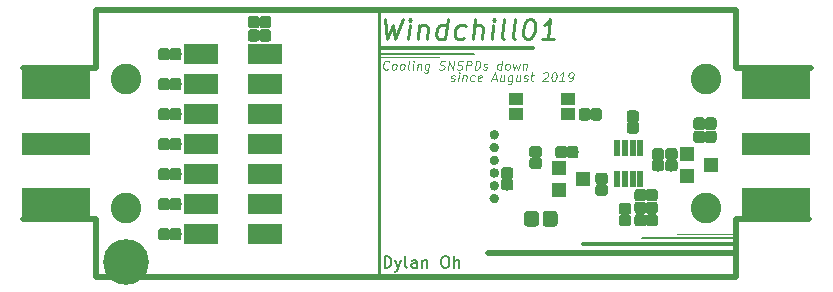
<source format=gbr>
G04 #@! TF.GenerationSoftware,KiCad,Pcbnew,(5.1.4)-1*
G04 #@! TF.CreationDate,2019-08-15T18:00:35-06:00*
G04 #@! TF.ProjectId,Windchill01,57696e64-6368-4696-9c6c-30312e6b6963,rev?*
G04 #@! TF.SameCoordinates,Original*
G04 #@! TF.FileFunction,Soldermask,Top*
G04 #@! TF.FilePolarity,Negative*
%FSLAX46Y46*%
G04 Gerber Fmt 4.6, Leading zero omitted, Abs format (unit mm)*
G04 Created by KiCad (PCBNEW (5.1.4)-1) date 2019-08-15 18:00:35*
%MOMM*%
%LPD*%
G04 APERTURE LIST*
%ADD10C,0.262500*%
%ADD11C,0.300000*%
%ADD12C,0.200000*%
%ADD13C,0.100000*%
%ADD14C,0.500000*%
%ADD15C,0.150000*%
%ADD16C,0.250000*%
%ADD17C,0.400000*%
%ADD18C,3.880000*%
%ADD19C,2.590000*%
%ADD20R,2.940000X1.670000*%
%ADD21R,0.550000X1.370000*%
%ADD22R,1.300000X1.200000*%
%ADD23C,0.990000*%
%ADD24R,5.720000X1.860000*%
%ADD25R,5.720000X2.350000*%
%ADD26C,1.275000*%
%ADD27R,1.300000X1.100000*%
G04 APERTURE END LIST*
D10*
X111452109Y-62641666D02*
X111650026Y-64391666D01*
X112139609Y-63141666D01*
X112316692Y-64391666D01*
X112952109Y-62641666D01*
X113400026Y-64391666D02*
X113545859Y-63225000D01*
X113618776Y-62641666D02*
X113525026Y-62725000D01*
X113597942Y-62808333D01*
X113691692Y-62725000D01*
X113618776Y-62641666D01*
X113597942Y-62808333D01*
X114379192Y-63225000D02*
X114233359Y-64391666D01*
X114358359Y-63391666D02*
X114452109Y-63308333D01*
X114629192Y-63225000D01*
X114879192Y-63225000D01*
X115035442Y-63308333D01*
X115097942Y-63475000D01*
X114983359Y-64391666D01*
X116566692Y-64391666D02*
X116785442Y-62641666D01*
X116577109Y-64308333D02*
X116400026Y-64391666D01*
X116066692Y-64391666D01*
X115910442Y-64308333D01*
X115837526Y-64225000D01*
X115775026Y-64058333D01*
X115837526Y-63558333D01*
X115941692Y-63391666D01*
X116035442Y-63308333D01*
X116212526Y-63225000D01*
X116545859Y-63225000D01*
X116702109Y-63308333D01*
X118160442Y-64308333D02*
X117983359Y-64391666D01*
X117650026Y-64391666D01*
X117493776Y-64308333D01*
X117420859Y-64225000D01*
X117358359Y-64058333D01*
X117420859Y-63558333D01*
X117525026Y-63391666D01*
X117618776Y-63308333D01*
X117795859Y-63225000D01*
X118129192Y-63225000D01*
X118285442Y-63308333D01*
X118900026Y-64391666D02*
X119118776Y-62641666D01*
X119650026Y-64391666D02*
X119764609Y-63475000D01*
X119702109Y-63308333D01*
X119545859Y-63225000D01*
X119295859Y-63225000D01*
X119118776Y-63308333D01*
X119025026Y-63391666D01*
X120483359Y-64391666D02*
X120629192Y-63225000D01*
X120702109Y-62641666D02*
X120608359Y-62725000D01*
X120681276Y-62808333D01*
X120775026Y-62725000D01*
X120702109Y-62641666D01*
X120681276Y-62808333D01*
X121566692Y-64391666D02*
X121410442Y-64308333D01*
X121347942Y-64141666D01*
X121535442Y-62641666D01*
X122483359Y-64391666D02*
X122327109Y-64308333D01*
X122264609Y-64141666D01*
X122452109Y-62641666D01*
X123702109Y-62641666D02*
X123868776Y-62641666D01*
X124025026Y-62725000D01*
X124097942Y-62808333D01*
X124160442Y-62975000D01*
X124202109Y-63308333D01*
X124150026Y-63725000D01*
X124025026Y-64058333D01*
X123920859Y-64225000D01*
X123827109Y-64308333D01*
X123650026Y-64391666D01*
X123483359Y-64391666D01*
X123327109Y-64308333D01*
X123254192Y-64225000D01*
X123191692Y-64058333D01*
X123150026Y-63725000D01*
X123202109Y-63308333D01*
X123327109Y-62975000D01*
X123431276Y-62808333D01*
X123525026Y-62725000D01*
X123702109Y-62641666D01*
X125733359Y-64391666D02*
X124733359Y-64391666D01*
X125233359Y-64391666D02*
X125452109Y-62641666D01*
X125254192Y-62891666D01*
X125066692Y-63058333D01*
X124889609Y-63141666D01*
D11*
X111050000Y-65100000D02*
X124000000Y-65100000D01*
D12*
X111000000Y-65600000D02*
X119000000Y-65600000D01*
D13*
X111000000Y-65900000D02*
X116000000Y-65900000D01*
X117017919Y-67896571D02*
X117084883Y-67932285D01*
X117227741Y-67932285D01*
X117303633Y-67896571D01*
X117348276Y-67825142D01*
X117352741Y-67789428D01*
X117325955Y-67718000D01*
X117258991Y-67682285D01*
X117151848Y-67682285D01*
X117084883Y-67646571D01*
X117058098Y-67575142D01*
X117062562Y-67539428D01*
X117107205Y-67468000D01*
X117183098Y-67432285D01*
X117290241Y-67432285D01*
X117357205Y-67468000D01*
X117656312Y-67932285D02*
X117718812Y-67432285D01*
X117750062Y-67182285D02*
X117709883Y-67218000D01*
X117741133Y-67253714D01*
X117781312Y-67218000D01*
X117750062Y-67182285D01*
X117741133Y-67253714D01*
X118075955Y-67432285D02*
X118013455Y-67932285D01*
X118067026Y-67503714D02*
X118107205Y-67468000D01*
X118183098Y-67432285D01*
X118290241Y-67432285D01*
X118357205Y-67468000D01*
X118383991Y-67539428D01*
X118334883Y-67932285D01*
X119017919Y-67896571D02*
X118942026Y-67932285D01*
X118799169Y-67932285D01*
X118732205Y-67896571D01*
X118700955Y-67860857D01*
X118674169Y-67789428D01*
X118700955Y-67575142D01*
X118745598Y-67503714D01*
X118785776Y-67468000D01*
X118861669Y-67432285D01*
X119004526Y-67432285D01*
X119071491Y-67468000D01*
X119625062Y-67896571D02*
X119549169Y-67932285D01*
X119406312Y-67932285D01*
X119339348Y-67896571D01*
X119312562Y-67825142D01*
X119348276Y-67539428D01*
X119392919Y-67468000D01*
X119468812Y-67432285D01*
X119611669Y-67432285D01*
X119678633Y-67468000D01*
X119705419Y-67539428D01*
X119696491Y-67610857D01*
X119330419Y-67682285D01*
X120540241Y-67718000D02*
X120897383Y-67718000D01*
X120442026Y-67932285D02*
X120785776Y-67182285D01*
X120942026Y-67932285D01*
X121575955Y-67432285D02*
X121513455Y-67932285D01*
X121254526Y-67432285D02*
X121205419Y-67825142D01*
X121232205Y-67896571D01*
X121299169Y-67932285D01*
X121406312Y-67932285D01*
X121482205Y-67896571D01*
X121522383Y-67860857D01*
X122254526Y-67432285D02*
X122178633Y-68039428D01*
X122133991Y-68110857D01*
X122093812Y-68146571D01*
X122017919Y-68182285D01*
X121910776Y-68182285D01*
X121843812Y-68146571D01*
X122196491Y-67896571D02*
X122120598Y-67932285D01*
X121977741Y-67932285D01*
X121910776Y-67896571D01*
X121879526Y-67860857D01*
X121852741Y-67789428D01*
X121879526Y-67575142D01*
X121924169Y-67503714D01*
X121964348Y-67468000D01*
X122040241Y-67432285D01*
X122183098Y-67432285D01*
X122250062Y-67468000D01*
X122933098Y-67432285D02*
X122870598Y-67932285D01*
X122611669Y-67432285D02*
X122562562Y-67825142D01*
X122589348Y-67896571D01*
X122656312Y-67932285D01*
X122763455Y-67932285D01*
X122839348Y-67896571D01*
X122879526Y-67860857D01*
X123196491Y-67896571D02*
X123263455Y-67932285D01*
X123406312Y-67932285D01*
X123482205Y-67896571D01*
X123526848Y-67825142D01*
X123531312Y-67789428D01*
X123504526Y-67718000D01*
X123437562Y-67682285D01*
X123330419Y-67682285D01*
X123263455Y-67646571D01*
X123236669Y-67575142D01*
X123241133Y-67539428D01*
X123285776Y-67468000D01*
X123361669Y-67432285D01*
X123468812Y-67432285D01*
X123535776Y-67468000D01*
X123790241Y-67432285D02*
X124075955Y-67432285D01*
X123928633Y-67182285D02*
X123848276Y-67825142D01*
X123875062Y-67896571D01*
X123942026Y-67932285D01*
X124013455Y-67932285D01*
X124883991Y-67253714D02*
X124924169Y-67218000D01*
X125000062Y-67182285D01*
X125178633Y-67182285D01*
X125245598Y-67218000D01*
X125276848Y-67253714D01*
X125303633Y-67325142D01*
X125294705Y-67396571D01*
X125245598Y-67503714D01*
X124763455Y-67932285D01*
X125227741Y-67932285D01*
X125785776Y-67182285D02*
X125857205Y-67182285D01*
X125924169Y-67218000D01*
X125955419Y-67253714D01*
X125982205Y-67325142D01*
X126000062Y-67468000D01*
X125977741Y-67646571D01*
X125924169Y-67789428D01*
X125879526Y-67860857D01*
X125839348Y-67896571D01*
X125763455Y-67932285D01*
X125692026Y-67932285D01*
X125625062Y-67896571D01*
X125593812Y-67860857D01*
X125567026Y-67789428D01*
X125549169Y-67646571D01*
X125571491Y-67468000D01*
X125625062Y-67325142D01*
X125669705Y-67253714D01*
X125709883Y-67218000D01*
X125785776Y-67182285D01*
X126656312Y-67932285D02*
X126227741Y-67932285D01*
X126442026Y-67932285D02*
X126535776Y-67182285D01*
X126450955Y-67289428D01*
X126370598Y-67360857D01*
X126294705Y-67396571D01*
X127013455Y-67932285D02*
X127156312Y-67932285D01*
X127232205Y-67896571D01*
X127272383Y-67860857D01*
X127357205Y-67753714D01*
X127410776Y-67610857D01*
X127446491Y-67325142D01*
X127419705Y-67253714D01*
X127388455Y-67218000D01*
X127321491Y-67182285D01*
X127178633Y-67182285D01*
X127102741Y-67218000D01*
X127062562Y-67253714D01*
X127017919Y-67325142D01*
X126995598Y-67503714D01*
X127022383Y-67575142D01*
X127053633Y-67610857D01*
X127120598Y-67646571D01*
X127263455Y-67646571D01*
X127339348Y-67610857D01*
X127379526Y-67575142D01*
X127424169Y-67503714D01*
X141200000Y-80900000D02*
X136200000Y-80900000D01*
D11*
X141150000Y-81700000D02*
X128200000Y-81700000D01*
D12*
X141200000Y-81200000D02*
X133200000Y-81200000D01*
D14*
X141050000Y-82500000D02*
X120200000Y-82500000D01*
D13*
X111736098Y-66896857D02*
X111695919Y-66932571D01*
X111584312Y-66968285D01*
X111512883Y-66968285D01*
X111410205Y-66932571D01*
X111347705Y-66861142D01*
X111320919Y-66789714D01*
X111303062Y-66646857D01*
X111316455Y-66539714D01*
X111370026Y-66396857D01*
X111414669Y-66325428D01*
X111495026Y-66254000D01*
X111606633Y-66218285D01*
X111678062Y-66218285D01*
X111780741Y-66254000D01*
X111811991Y-66289714D01*
X112155741Y-66968285D02*
X112088776Y-66932571D01*
X112057526Y-66896857D01*
X112030741Y-66825428D01*
X112057526Y-66611142D01*
X112102169Y-66539714D01*
X112142348Y-66504000D01*
X112218241Y-66468285D01*
X112325383Y-66468285D01*
X112392348Y-66504000D01*
X112423598Y-66539714D01*
X112450383Y-66611142D01*
X112423598Y-66825428D01*
X112378955Y-66896857D01*
X112338776Y-66932571D01*
X112262883Y-66968285D01*
X112155741Y-66968285D01*
X112834312Y-66968285D02*
X112767348Y-66932571D01*
X112736098Y-66896857D01*
X112709312Y-66825428D01*
X112736098Y-66611142D01*
X112780741Y-66539714D01*
X112820919Y-66504000D01*
X112896812Y-66468285D01*
X113003955Y-66468285D01*
X113070919Y-66504000D01*
X113102169Y-66539714D01*
X113128955Y-66611142D01*
X113102169Y-66825428D01*
X113057526Y-66896857D01*
X113017348Y-66932571D01*
X112941455Y-66968285D01*
X112834312Y-66968285D01*
X113512883Y-66968285D02*
X113445919Y-66932571D01*
X113419133Y-66861142D01*
X113499491Y-66218285D01*
X113798598Y-66968285D02*
X113861098Y-66468285D01*
X113892348Y-66218285D02*
X113852169Y-66254000D01*
X113883419Y-66289714D01*
X113923598Y-66254000D01*
X113892348Y-66218285D01*
X113883419Y-66289714D01*
X114218241Y-66468285D02*
X114155741Y-66968285D01*
X114209312Y-66539714D02*
X114249491Y-66504000D01*
X114325383Y-66468285D01*
X114432526Y-66468285D01*
X114499491Y-66504000D01*
X114526276Y-66575428D01*
X114477169Y-66968285D01*
X115218241Y-66468285D02*
X115142348Y-67075428D01*
X115097705Y-67146857D01*
X115057526Y-67182571D01*
X114981633Y-67218285D01*
X114874491Y-67218285D01*
X114807526Y-67182571D01*
X115160205Y-66932571D02*
X115084312Y-66968285D01*
X114941455Y-66968285D01*
X114874491Y-66932571D01*
X114843241Y-66896857D01*
X114816455Y-66825428D01*
X114843241Y-66611142D01*
X114887883Y-66539714D01*
X114928062Y-66504000D01*
X115003955Y-66468285D01*
X115146812Y-66468285D01*
X115213776Y-66504000D01*
X116053062Y-66932571D02*
X116155741Y-66968285D01*
X116334312Y-66968285D01*
X116410205Y-66932571D01*
X116450383Y-66896857D01*
X116495026Y-66825428D01*
X116503955Y-66754000D01*
X116477169Y-66682571D01*
X116445919Y-66646857D01*
X116378955Y-66611142D01*
X116240562Y-66575428D01*
X116173598Y-66539714D01*
X116142348Y-66504000D01*
X116115562Y-66432571D01*
X116124491Y-66361142D01*
X116169133Y-66289714D01*
X116209312Y-66254000D01*
X116285205Y-66218285D01*
X116463776Y-66218285D01*
X116566455Y-66254000D01*
X116798598Y-66968285D02*
X116892348Y-66218285D01*
X117227169Y-66968285D01*
X117320919Y-66218285D01*
X117553062Y-66932571D02*
X117655741Y-66968285D01*
X117834312Y-66968285D01*
X117910205Y-66932571D01*
X117950383Y-66896857D01*
X117995026Y-66825428D01*
X118003955Y-66754000D01*
X117977169Y-66682571D01*
X117945919Y-66646857D01*
X117878955Y-66611142D01*
X117740562Y-66575428D01*
X117673598Y-66539714D01*
X117642348Y-66504000D01*
X117615562Y-66432571D01*
X117624491Y-66361142D01*
X117669133Y-66289714D01*
X117709312Y-66254000D01*
X117785205Y-66218285D01*
X117963776Y-66218285D01*
X118066455Y-66254000D01*
X118298598Y-66968285D02*
X118392348Y-66218285D01*
X118678062Y-66218285D01*
X118745026Y-66254000D01*
X118776276Y-66289714D01*
X118803062Y-66361142D01*
X118789669Y-66468285D01*
X118745026Y-66539714D01*
X118704848Y-66575428D01*
X118628955Y-66611142D01*
X118343241Y-66611142D01*
X119048598Y-66968285D02*
X119142348Y-66218285D01*
X119320919Y-66218285D01*
X119423598Y-66254000D01*
X119486098Y-66325428D01*
X119512883Y-66396857D01*
X119530741Y-66539714D01*
X119517348Y-66646857D01*
X119463776Y-66789714D01*
X119419133Y-66861142D01*
X119338776Y-66932571D01*
X119227169Y-66968285D01*
X119048598Y-66968285D01*
X119767348Y-66932571D02*
X119834312Y-66968285D01*
X119977169Y-66968285D01*
X120053062Y-66932571D01*
X120097705Y-66861142D01*
X120102169Y-66825428D01*
X120075383Y-66754000D01*
X120008419Y-66718285D01*
X119901276Y-66718285D01*
X119834312Y-66682571D01*
X119807526Y-66611142D01*
X119811991Y-66575428D01*
X119856633Y-66504000D01*
X119932526Y-66468285D01*
X120039669Y-66468285D01*
X120106633Y-66504000D01*
X121298598Y-66968285D02*
X121392348Y-66218285D01*
X121303062Y-66932571D02*
X121227169Y-66968285D01*
X121084312Y-66968285D01*
X121017348Y-66932571D01*
X120986098Y-66896857D01*
X120959312Y-66825428D01*
X120986098Y-66611142D01*
X121030741Y-66539714D01*
X121070919Y-66504000D01*
X121146812Y-66468285D01*
X121289669Y-66468285D01*
X121356633Y-66504000D01*
X121762883Y-66968285D02*
X121695919Y-66932571D01*
X121664669Y-66896857D01*
X121637883Y-66825428D01*
X121664669Y-66611142D01*
X121709312Y-66539714D01*
X121749491Y-66504000D01*
X121825383Y-66468285D01*
X121932526Y-66468285D01*
X121999491Y-66504000D01*
X122030741Y-66539714D01*
X122057526Y-66611142D01*
X122030741Y-66825428D01*
X121986098Y-66896857D01*
X121945919Y-66932571D01*
X121870026Y-66968285D01*
X121762883Y-66968285D01*
X122325383Y-66468285D02*
X122405741Y-66968285D01*
X122593241Y-66611142D01*
X122691455Y-66968285D01*
X122896812Y-66468285D01*
X123182526Y-66468285D02*
X123120026Y-66968285D01*
X123173598Y-66539714D02*
X123213776Y-66504000D01*
X123289669Y-66468285D01*
X123396812Y-66468285D01*
X123463776Y-66504000D01*
X123490562Y-66575428D01*
X123441455Y-66968285D01*
D15*
X111433333Y-83752380D02*
X111433333Y-82752380D01*
X111671428Y-82752380D01*
X111814285Y-82800000D01*
X111909523Y-82895238D01*
X111957142Y-82990476D01*
X112004761Y-83180952D01*
X112004761Y-83323809D01*
X111957142Y-83514285D01*
X111909523Y-83609523D01*
X111814285Y-83704761D01*
X111671428Y-83752380D01*
X111433333Y-83752380D01*
X112338095Y-83085714D02*
X112576190Y-83752380D01*
X112814285Y-83085714D02*
X112576190Y-83752380D01*
X112480952Y-83990476D01*
X112433333Y-84038095D01*
X112338095Y-84085714D01*
X113338095Y-83752380D02*
X113242857Y-83704761D01*
X113195238Y-83609523D01*
X113195238Y-82752380D01*
X114147619Y-83752380D02*
X114147619Y-83228571D01*
X114100000Y-83133333D01*
X114004761Y-83085714D01*
X113814285Y-83085714D01*
X113719047Y-83133333D01*
X114147619Y-83704761D02*
X114052380Y-83752380D01*
X113814285Y-83752380D01*
X113719047Y-83704761D01*
X113671428Y-83609523D01*
X113671428Y-83514285D01*
X113719047Y-83419047D01*
X113814285Y-83371428D01*
X114052380Y-83371428D01*
X114147619Y-83323809D01*
X114623809Y-83085714D02*
X114623809Y-83752380D01*
X114623809Y-83180952D02*
X114671428Y-83133333D01*
X114766666Y-83085714D01*
X114909523Y-83085714D01*
X115004761Y-83133333D01*
X115052380Y-83228571D01*
X115052380Y-83752380D01*
X116480952Y-82752380D02*
X116671428Y-82752380D01*
X116766666Y-82800000D01*
X116861904Y-82895238D01*
X116909523Y-83085714D01*
X116909523Y-83419047D01*
X116861904Y-83609523D01*
X116766666Y-83704761D01*
X116671428Y-83752380D01*
X116480952Y-83752380D01*
X116385714Y-83704761D01*
X116290476Y-83609523D01*
X116242857Y-83419047D01*
X116242857Y-83085714D01*
X116290476Y-82895238D01*
X116385714Y-82800000D01*
X116480952Y-82752380D01*
X117338095Y-83752380D02*
X117338095Y-82752380D01*
X117766666Y-83752380D02*
X117766666Y-83228571D01*
X117719047Y-83133333D01*
X117623809Y-83085714D01*
X117480952Y-83085714D01*
X117385714Y-83133333D01*
X117338095Y-83180952D01*
D14*
X141200000Y-66800000D02*
X141200000Y-61900000D01*
X147400000Y-79600000D02*
X141200000Y-79600000D01*
X147500000Y-66800000D02*
X141200000Y-66800000D01*
X87000000Y-79600000D02*
X87000000Y-84500000D01*
X87000000Y-79600000D02*
X80800000Y-79600000D01*
X87000000Y-66800000D02*
X80800000Y-66800000D01*
D16*
X111000000Y-62000000D02*
X111000000Y-84500000D01*
D17*
X120920000Y-74640000D02*
G75*
G03X120920000Y-74640000I-200000J0D01*
G01*
X120920000Y-73560000D02*
G75*
G03X120920000Y-73560000I-200000J0D01*
G01*
X120920000Y-72480000D02*
G75*
G03X120920000Y-72480000I-200000J0D01*
G01*
X120920000Y-77880000D02*
G75*
G03X120920000Y-77880000I-200000J0D01*
G01*
X120920000Y-76800000D02*
G75*
G03X120920000Y-76800000I-200000J0D01*
G01*
X120920000Y-75720000D02*
G75*
G03X120920000Y-75720000I-200000J0D01*
G01*
D14*
X87000000Y-61900000D02*
X87000000Y-66800000D01*
X141200000Y-61900000D02*
X87000000Y-61900000D01*
X141200000Y-84500000D02*
X141200000Y-79600000D01*
X87000000Y-84500000D02*
X141200000Y-84500000D01*
D18*
X89550000Y-83260000D03*
D19*
X138650000Y-67730000D03*
X138650000Y-78650000D03*
X89550000Y-67730000D03*
X89550000Y-78650000D03*
D20*
X95860000Y-65660000D03*
X101320000Y-65660000D03*
X95860000Y-68200000D03*
X101320000Y-68200000D03*
X95860000Y-70740000D03*
X101320000Y-70740000D03*
X101320000Y-73280000D03*
X95860000Y-73280000D03*
X101320000Y-75820000D03*
X95860000Y-75820000D03*
X101320000Y-78360000D03*
X95860000Y-78360000D03*
X101320000Y-80900000D03*
X95860000Y-80900000D03*
D21*
X133085000Y-76190000D03*
X132445000Y-76190000D03*
X131785000Y-76190000D03*
X131145000Y-76190000D03*
X131140000Y-73570000D03*
X131790000Y-73570000D03*
X132440000Y-73570000D03*
X133090000Y-73570000D03*
D22*
X139040000Y-75060000D03*
X137040000Y-76010000D03*
X137040000Y-74110000D03*
D13*
G36*
X136016759Y-73616192D02*
G01*
X136040785Y-73619756D01*
X136064345Y-73625657D01*
X136087214Y-73633840D01*
X136109171Y-73644224D01*
X136130004Y-73656711D01*
X136149512Y-73671180D01*
X136167509Y-73687491D01*
X136183820Y-73705488D01*
X136198289Y-73724996D01*
X136210776Y-73745829D01*
X136221160Y-73767786D01*
X136229343Y-73790655D01*
X136235244Y-73814215D01*
X136238808Y-73838241D01*
X136240000Y-73862500D01*
X136240000Y-74357500D01*
X136238808Y-74381759D01*
X136235244Y-74405785D01*
X136229343Y-74429345D01*
X136221160Y-74452214D01*
X136210776Y-74474171D01*
X136198289Y-74495004D01*
X136183820Y-74514512D01*
X136167509Y-74532509D01*
X136149512Y-74548820D01*
X136130004Y-74563289D01*
X136109171Y-74575776D01*
X136087214Y-74586160D01*
X136064345Y-74594343D01*
X136040785Y-74600244D01*
X136016759Y-74603808D01*
X135992500Y-74605000D01*
X135447500Y-74605000D01*
X135423241Y-74603808D01*
X135399215Y-74600244D01*
X135375655Y-74594343D01*
X135352786Y-74586160D01*
X135330829Y-74575776D01*
X135309996Y-74563289D01*
X135290488Y-74548820D01*
X135272491Y-74532509D01*
X135256180Y-74514512D01*
X135241711Y-74495004D01*
X135229224Y-74474171D01*
X135218840Y-74452214D01*
X135210657Y-74429345D01*
X135204756Y-74405785D01*
X135201192Y-74381759D01*
X135200000Y-74357500D01*
X135200000Y-73862500D01*
X135201192Y-73838241D01*
X135204756Y-73814215D01*
X135210657Y-73790655D01*
X135218840Y-73767786D01*
X135229224Y-73745829D01*
X135241711Y-73724996D01*
X135256180Y-73705488D01*
X135272491Y-73687491D01*
X135290488Y-73671180D01*
X135309996Y-73656711D01*
X135330829Y-73644224D01*
X135352786Y-73633840D01*
X135375655Y-73625657D01*
X135399215Y-73619756D01*
X135423241Y-73616192D01*
X135447500Y-73615000D01*
X135992500Y-73615000D01*
X136016759Y-73616192D01*
X136016759Y-73616192D01*
G37*
D23*
X135720000Y-74110000D03*
D13*
G36*
X136016759Y-74586192D02*
G01*
X136040785Y-74589756D01*
X136064345Y-74595657D01*
X136087214Y-74603840D01*
X136109171Y-74614224D01*
X136130004Y-74626711D01*
X136149512Y-74641180D01*
X136167509Y-74657491D01*
X136183820Y-74675488D01*
X136198289Y-74694996D01*
X136210776Y-74715829D01*
X136221160Y-74737786D01*
X136229343Y-74760655D01*
X136235244Y-74784215D01*
X136238808Y-74808241D01*
X136240000Y-74832500D01*
X136240000Y-75327500D01*
X136238808Y-75351759D01*
X136235244Y-75375785D01*
X136229343Y-75399345D01*
X136221160Y-75422214D01*
X136210776Y-75444171D01*
X136198289Y-75465004D01*
X136183820Y-75484512D01*
X136167509Y-75502509D01*
X136149512Y-75518820D01*
X136130004Y-75533289D01*
X136109171Y-75545776D01*
X136087214Y-75556160D01*
X136064345Y-75564343D01*
X136040785Y-75570244D01*
X136016759Y-75573808D01*
X135992500Y-75575000D01*
X135447500Y-75575000D01*
X135423241Y-75573808D01*
X135399215Y-75570244D01*
X135375655Y-75564343D01*
X135352786Y-75556160D01*
X135330829Y-75545776D01*
X135309996Y-75533289D01*
X135290488Y-75518820D01*
X135272491Y-75502509D01*
X135256180Y-75484512D01*
X135241711Y-75465004D01*
X135229224Y-75444171D01*
X135218840Y-75422214D01*
X135210657Y-75399345D01*
X135204756Y-75375785D01*
X135201192Y-75351759D01*
X135200000Y-75327500D01*
X135200000Y-74832500D01*
X135201192Y-74808241D01*
X135204756Y-74784215D01*
X135210657Y-74760655D01*
X135218840Y-74737786D01*
X135229224Y-74715829D01*
X135241711Y-74694996D01*
X135256180Y-74675488D01*
X135272491Y-74657491D01*
X135290488Y-74641180D01*
X135309996Y-74626711D01*
X135330829Y-74614224D01*
X135352786Y-74603840D01*
X135375655Y-74595657D01*
X135399215Y-74589756D01*
X135423241Y-74586192D01*
X135447500Y-74585000D01*
X135992500Y-74585000D01*
X136016759Y-74586192D01*
X136016759Y-74586192D01*
G37*
D23*
X135720000Y-75080000D03*
D13*
G36*
X134326759Y-79201192D02*
G01*
X134350785Y-79204756D01*
X134374345Y-79210657D01*
X134397214Y-79218840D01*
X134419171Y-79229224D01*
X134440004Y-79241711D01*
X134459512Y-79256180D01*
X134477509Y-79272491D01*
X134493820Y-79290488D01*
X134508289Y-79309996D01*
X134520776Y-79330829D01*
X134531160Y-79352786D01*
X134539343Y-79375655D01*
X134545244Y-79399215D01*
X134548808Y-79423241D01*
X134550000Y-79447500D01*
X134550000Y-79992500D01*
X134548808Y-80016759D01*
X134545244Y-80040785D01*
X134539343Y-80064345D01*
X134531160Y-80087214D01*
X134520776Y-80109171D01*
X134508289Y-80130004D01*
X134493820Y-80149512D01*
X134477509Y-80167509D01*
X134459512Y-80183820D01*
X134440004Y-80198289D01*
X134419171Y-80210776D01*
X134397214Y-80221160D01*
X134374345Y-80229343D01*
X134350785Y-80235244D01*
X134326759Y-80238808D01*
X134302500Y-80240000D01*
X133807500Y-80240000D01*
X133783241Y-80238808D01*
X133759215Y-80235244D01*
X133735655Y-80229343D01*
X133712786Y-80221160D01*
X133690829Y-80210776D01*
X133669996Y-80198289D01*
X133650488Y-80183820D01*
X133632491Y-80167509D01*
X133616180Y-80149512D01*
X133601711Y-80130004D01*
X133589224Y-80109171D01*
X133578840Y-80087214D01*
X133570657Y-80064345D01*
X133564756Y-80040785D01*
X133561192Y-80016759D01*
X133560000Y-79992500D01*
X133560000Y-79447500D01*
X133561192Y-79423241D01*
X133564756Y-79399215D01*
X133570657Y-79375655D01*
X133578840Y-79352786D01*
X133589224Y-79330829D01*
X133601711Y-79309996D01*
X133616180Y-79290488D01*
X133632491Y-79272491D01*
X133650488Y-79256180D01*
X133669996Y-79241711D01*
X133690829Y-79229224D01*
X133712786Y-79218840D01*
X133735655Y-79210657D01*
X133759215Y-79204756D01*
X133783241Y-79201192D01*
X133807500Y-79200000D01*
X134302500Y-79200000D01*
X134326759Y-79201192D01*
X134326759Y-79201192D01*
G37*
D23*
X134055000Y-79720000D03*
D13*
G36*
X133356759Y-79201192D02*
G01*
X133380785Y-79204756D01*
X133404345Y-79210657D01*
X133427214Y-79218840D01*
X133449171Y-79229224D01*
X133470004Y-79241711D01*
X133489512Y-79256180D01*
X133507509Y-79272491D01*
X133523820Y-79290488D01*
X133538289Y-79309996D01*
X133550776Y-79330829D01*
X133561160Y-79352786D01*
X133569343Y-79375655D01*
X133575244Y-79399215D01*
X133578808Y-79423241D01*
X133580000Y-79447500D01*
X133580000Y-79992500D01*
X133578808Y-80016759D01*
X133575244Y-80040785D01*
X133569343Y-80064345D01*
X133561160Y-80087214D01*
X133550776Y-80109171D01*
X133538289Y-80130004D01*
X133523820Y-80149512D01*
X133507509Y-80167509D01*
X133489512Y-80183820D01*
X133470004Y-80198289D01*
X133449171Y-80210776D01*
X133427214Y-80221160D01*
X133404345Y-80229343D01*
X133380785Y-80235244D01*
X133356759Y-80238808D01*
X133332500Y-80240000D01*
X132837500Y-80240000D01*
X132813241Y-80238808D01*
X132789215Y-80235244D01*
X132765655Y-80229343D01*
X132742786Y-80221160D01*
X132720829Y-80210776D01*
X132699996Y-80198289D01*
X132680488Y-80183820D01*
X132662491Y-80167509D01*
X132646180Y-80149512D01*
X132631711Y-80130004D01*
X132619224Y-80109171D01*
X132608840Y-80087214D01*
X132600657Y-80064345D01*
X132594756Y-80040785D01*
X132591192Y-80016759D01*
X132590000Y-79992500D01*
X132590000Y-79447500D01*
X132591192Y-79423241D01*
X132594756Y-79399215D01*
X132600657Y-79375655D01*
X132608840Y-79352786D01*
X132619224Y-79330829D01*
X132631711Y-79309996D01*
X132646180Y-79290488D01*
X132662491Y-79272491D01*
X132680488Y-79256180D01*
X132699996Y-79241711D01*
X132720829Y-79229224D01*
X132742786Y-79218840D01*
X132765655Y-79210657D01*
X132789215Y-79204756D01*
X132813241Y-79201192D01*
X132837500Y-79200000D01*
X133332500Y-79200000D01*
X133356759Y-79201192D01*
X133356759Y-79201192D01*
G37*
D23*
X133085000Y-79720000D03*
D24*
X144600000Y-73220000D03*
D25*
X144600000Y-68295000D03*
X144600000Y-78145000D03*
D24*
X83600000Y-73220000D03*
D25*
X83600000Y-78145000D03*
X83600000Y-68295000D03*
D22*
X128200000Y-76200000D03*
X126200000Y-77150000D03*
X126200000Y-75250000D03*
D13*
G36*
X133356759Y-77061192D02*
G01*
X133380785Y-77064756D01*
X133404345Y-77070657D01*
X133427214Y-77078840D01*
X133449171Y-77089224D01*
X133470004Y-77101711D01*
X133489512Y-77116180D01*
X133507509Y-77132491D01*
X133523820Y-77150488D01*
X133538289Y-77169996D01*
X133550776Y-77190829D01*
X133561160Y-77212786D01*
X133569343Y-77235655D01*
X133575244Y-77259215D01*
X133578808Y-77283241D01*
X133580000Y-77307500D01*
X133580000Y-77852500D01*
X133578808Y-77876759D01*
X133575244Y-77900785D01*
X133569343Y-77924345D01*
X133561160Y-77947214D01*
X133550776Y-77969171D01*
X133538289Y-77990004D01*
X133523820Y-78009512D01*
X133507509Y-78027509D01*
X133489512Y-78043820D01*
X133470004Y-78058289D01*
X133449171Y-78070776D01*
X133427214Y-78081160D01*
X133404345Y-78089343D01*
X133380785Y-78095244D01*
X133356759Y-78098808D01*
X133332500Y-78100000D01*
X132837500Y-78100000D01*
X132813241Y-78098808D01*
X132789215Y-78095244D01*
X132765655Y-78089343D01*
X132742786Y-78081160D01*
X132720829Y-78070776D01*
X132699996Y-78058289D01*
X132680488Y-78043820D01*
X132662491Y-78027509D01*
X132646180Y-78009512D01*
X132631711Y-77990004D01*
X132619224Y-77969171D01*
X132608840Y-77947214D01*
X132600657Y-77924345D01*
X132594756Y-77900785D01*
X132591192Y-77876759D01*
X132590000Y-77852500D01*
X132590000Y-77307500D01*
X132591192Y-77283241D01*
X132594756Y-77259215D01*
X132600657Y-77235655D01*
X132608840Y-77212786D01*
X132619224Y-77190829D01*
X132631711Y-77169996D01*
X132646180Y-77150488D01*
X132662491Y-77132491D01*
X132680488Y-77116180D01*
X132699996Y-77101711D01*
X132720829Y-77089224D01*
X132742786Y-77078840D01*
X132765655Y-77070657D01*
X132789215Y-77064756D01*
X132813241Y-77061192D01*
X132837500Y-77060000D01*
X133332500Y-77060000D01*
X133356759Y-77061192D01*
X133356759Y-77061192D01*
G37*
D23*
X133085000Y-77580000D03*
D13*
G36*
X134326759Y-77061192D02*
G01*
X134350785Y-77064756D01*
X134374345Y-77070657D01*
X134397214Y-77078840D01*
X134419171Y-77089224D01*
X134440004Y-77101711D01*
X134459512Y-77116180D01*
X134477509Y-77132491D01*
X134493820Y-77150488D01*
X134508289Y-77169996D01*
X134520776Y-77190829D01*
X134531160Y-77212786D01*
X134539343Y-77235655D01*
X134545244Y-77259215D01*
X134548808Y-77283241D01*
X134550000Y-77307500D01*
X134550000Y-77852500D01*
X134548808Y-77876759D01*
X134545244Y-77900785D01*
X134539343Y-77924345D01*
X134531160Y-77947214D01*
X134520776Y-77969171D01*
X134508289Y-77990004D01*
X134493820Y-78009512D01*
X134477509Y-78027509D01*
X134459512Y-78043820D01*
X134440004Y-78058289D01*
X134419171Y-78070776D01*
X134397214Y-78081160D01*
X134374345Y-78089343D01*
X134350785Y-78095244D01*
X134326759Y-78098808D01*
X134302500Y-78100000D01*
X133807500Y-78100000D01*
X133783241Y-78098808D01*
X133759215Y-78095244D01*
X133735655Y-78089343D01*
X133712786Y-78081160D01*
X133690829Y-78070776D01*
X133669996Y-78058289D01*
X133650488Y-78043820D01*
X133632491Y-78027509D01*
X133616180Y-78009512D01*
X133601711Y-77990004D01*
X133589224Y-77969171D01*
X133578840Y-77947214D01*
X133570657Y-77924345D01*
X133564756Y-77900785D01*
X133561192Y-77876759D01*
X133560000Y-77852500D01*
X133560000Y-77307500D01*
X133561192Y-77283241D01*
X133564756Y-77259215D01*
X133570657Y-77235655D01*
X133578840Y-77212786D01*
X133589224Y-77190829D01*
X133601711Y-77169996D01*
X133616180Y-77150488D01*
X133632491Y-77132491D01*
X133650488Y-77116180D01*
X133669996Y-77101711D01*
X133690829Y-77089224D01*
X133712786Y-77078840D01*
X133735655Y-77070657D01*
X133759215Y-77064756D01*
X133783241Y-77061192D01*
X133807500Y-77060000D01*
X134302500Y-77060000D01*
X134326759Y-77061192D01*
X134326759Y-77061192D01*
G37*
D23*
X134055000Y-77580000D03*
D13*
G36*
X130096759Y-75696192D02*
G01*
X130120785Y-75699756D01*
X130144345Y-75705657D01*
X130167214Y-75713840D01*
X130189171Y-75724224D01*
X130210004Y-75736711D01*
X130229512Y-75751180D01*
X130247509Y-75767491D01*
X130263820Y-75785488D01*
X130278289Y-75804996D01*
X130290776Y-75825829D01*
X130301160Y-75847786D01*
X130309343Y-75870655D01*
X130315244Y-75894215D01*
X130318808Y-75918241D01*
X130320000Y-75942500D01*
X130320000Y-76437500D01*
X130318808Y-76461759D01*
X130315244Y-76485785D01*
X130309343Y-76509345D01*
X130301160Y-76532214D01*
X130290776Y-76554171D01*
X130278289Y-76575004D01*
X130263820Y-76594512D01*
X130247509Y-76612509D01*
X130229512Y-76628820D01*
X130210004Y-76643289D01*
X130189171Y-76655776D01*
X130167214Y-76666160D01*
X130144345Y-76674343D01*
X130120785Y-76680244D01*
X130096759Y-76683808D01*
X130072500Y-76685000D01*
X129527500Y-76685000D01*
X129503241Y-76683808D01*
X129479215Y-76680244D01*
X129455655Y-76674343D01*
X129432786Y-76666160D01*
X129410829Y-76655776D01*
X129389996Y-76643289D01*
X129370488Y-76628820D01*
X129352491Y-76612509D01*
X129336180Y-76594512D01*
X129321711Y-76575004D01*
X129309224Y-76554171D01*
X129298840Y-76532214D01*
X129290657Y-76509345D01*
X129284756Y-76485785D01*
X129281192Y-76461759D01*
X129280000Y-76437500D01*
X129280000Y-75942500D01*
X129281192Y-75918241D01*
X129284756Y-75894215D01*
X129290657Y-75870655D01*
X129298840Y-75847786D01*
X129309224Y-75825829D01*
X129321711Y-75804996D01*
X129336180Y-75785488D01*
X129352491Y-75767491D01*
X129370488Y-75751180D01*
X129389996Y-75736711D01*
X129410829Y-75724224D01*
X129432786Y-75713840D01*
X129455655Y-75705657D01*
X129479215Y-75699756D01*
X129503241Y-75696192D01*
X129527500Y-75695000D01*
X130072500Y-75695000D01*
X130096759Y-75696192D01*
X130096759Y-75696192D01*
G37*
D23*
X129800000Y-76190000D03*
D13*
G36*
X130096759Y-76666192D02*
G01*
X130120785Y-76669756D01*
X130144345Y-76675657D01*
X130167214Y-76683840D01*
X130189171Y-76694224D01*
X130210004Y-76706711D01*
X130229512Y-76721180D01*
X130247509Y-76737491D01*
X130263820Y-76755488D01*
X130278289Y-76774996D01*
X130290776Y-76795829D01*
X130301160Y-76817786D01*
X130309343Y-76840655D01*
X130315244Y-76864215D01*
X130318808Y-76888241D01*
X130320000Y-76912500D01*
X130320000Y-77407500D01*
X130318808Y-77431759D01*
X130315244Y-77455785D01*
X130309343Y-77479345D01*
X130301160Y-77502214D01*
X130290776Y-77524171D01*
X130278289Y-77545004D01*
X130263820Y-77564512D01*
X130247509Y-77582509D01*
X130229512Y-77598820D01*
X130210004Y-77613289D01*
X130189171Y-77625776D01*
X130167214Y-77636160D01*
X130144345Y-77644343D01*
X130120785Y-77650244D01*
X130096759Y-77653808D01*
X130072500Y-77655000D01*
X129527500Y-77655000D01*
X129503241Y-77653808D01*
X129479215Y-77650244D01*
X129455655Y-77644343D01*
X129432786Y-77636160D01*
X129410829Y-77625776D01*
X129389996Y-77613289D01*
X129370488Y-77598820D01*
X129352491Y-77582509D01*
X129336180Y-77564512D01*
X129321711Y-77545004D01*
X129309224Y-77524171D01*
X129298840Y-77502214D01*
X129290657Y-77479345D01*
X129284756Y-77455785D01*
X129281192Y-77431759D01*
X129280000Y-77407500D01*
X129280000Y-76912500D01*
X129281192Y-76888241D01*
X129284756Y-76864215D01*
X129290657Y-76840655D01*
X129298840Y-76817786D01*
X129309224Y-76795829D01*
X129321711Y-76774996D01*
X129336180Y-76755488D01*
X129352491Y-76737491D01*
X129370488Y-76721180D01*
X129389996Y-76706711D01*
X129410829Y-76694224D01*
X129432786Y-76683840D01*
X129455655Y-76675657D01*
X129479215Y-76669756D01*
X129503241Y-76666192D01*
X129527500Y-76665000D01*
X130072500Y-76665000D01*
X130096759Y-76666192D01*
X130096759Y-76666192D01*
G37*
D23*
X129800000Y-77160000D03*
D13*
G36*
X101591759Y-62420192D02*
G01*
X101615785Y-62423756D01*
X101639345Y-62429657D01*
X101662214Y-62437840D01*
X101684171Y-62448224D01*
X101705004Y-62460711D01*
X101724512Y-62475180D01*
X101742509Y-62491491D01*
X101758820Y-62509488D01*
X101773289Y-62528996D01*
X101785776Y-62549829D01*
X101796160Y-62571786D01*
X101804343Y-62594655D01*
X101810244Y-62618215D01*
X101813808Y-62642241D01*
X101815000Y-62666500D01*
X101815000Y-63211500D01*
X101813808Y-63235759D01*
X101810244Y-63259785D01*
X101804343Y-63283345D01*
X101796160Y-63306214D01*
X101785776Y-63328171D01*
X101773289Y-63349004D01*
X101758820Y-63368512D01*
X101742509Y-63386509D01*
X101724512Y-63402820D01*
X101705004Y-63417289D01*
X101684171Y-63429776D01*
X101662214Y-63440160D01*
X101639345Y-63448343D01*
X101615785Y-63454244D01*
X101591759Y-63457808D01*
X101567500Y-63459000D01*
X101072500Y-63459000D01*
X101048241Y-63457808D01*
X101024215Y-63454244D01*
X101000655Y-63448343D01*
X100977786Y-63440160D01*
X100955829Y-63429776D01*
X100934996Y-63417289D01*
X100915488Y-63402820D01*
X100897491Y-63386509D01*
X100881180Y-63368512D01*
X100866711Y-63349004D01*
X100854224Y-63328171D01*
X100843840Y-63306214D01*
X100835657Y-63283345D01*
X100829756Y-63259785D01*
X100826192Y-63235759D01*
X100825000Y-63211500D01*
X100825000Y-62666500D01*
X100826192Y-62642241D01*
X100829756Y-62618215D01*
X100835657Y-62594655D01*
X100843840Y-62571786D01*
X100854224Y-62549829D01*
X100866711Y-62528996D01*
X100881180Y-62509488D01*
X100897491Y-62491491D01*
X100915488Y-62475180D01*
X100934996Y-62460711D01*
X100955829Y-62448224D01*
X100977786Y-62437840D01*
X101000655Y-62429657D01*
X101024215Y-62423756D01*
X101048241Y-62420192D01*
X101072500Y-62419000D01*
X101567500Y-62419000D01*
X101591759Y-62420192D01*
X101591759Y-62420192D01*
G37*
D23*
X101320000Y-62939000D03*
D13*
G36*
X100621759Y-62420192D02*
G01*
X100645785Y-62423756D01*
X100669345Y-62429657D01*
X100692214Y-62437840D01*
X100714171Y-62448224D01*
X100735004Y-62460711D01*
X100754512Y-62475180D01*
X100772509Y-62491491D01*
X100788820Y-62509488D01*
X100803289Y-62528996D01*
X100815776Y-62549829D01*
X100826160Y-62571786D01*
X100834343Y-62594655D01*
X100840244Y-62618215D01*
X100843808Y-62642241D01*
X100845000Y-62666500D01*
X100845000Y-63211500D01*
X100843808Y-63235759D01*
X100840244Y-63259785D01*
X100834343Y-63283345D01*
X100826160Y-63306214D01*
X100815776Y-63328171D01*
X100803289Y-63349004D01*
X100788820Y-63368512D01*
X100772509Y-63386509D01*
X100754512Y-63402820D01*
X100735004Y-63417289D01*
X100714171Y-63429776D01*
X100692214Y-63440160D01*
X100669345Y-63448343D01*
X100645785Y-63454244D01*
X100621759Y-63457808D01*
X100597500Y-63459000D01*
X100102500Y-63459000D01*
X100078241Y-63457808D01*
X100054215Y-63454244D01*
X100030655Y-63448343D01*
X100007786Y-63440160D01*
X99985829Y-63429776D01*
X99964996Y-63417289D01*
X99945488Y-63402820D01*
X99927491Y-63386509D01*
X99911180Y-63368512D01*
X99896711Y-63349004D01*
X99884224Y-63328171D01*
X99873840Y-63306214D01*
X99865657Y-63283345D01*
X99859756Y-63259785D01*
X99856192Y-63235759D01*
X99855000Y-63211500D01*
X99855000Y-62666500D01*
X99856192Y-62642241D01*
X99859756Y-62618215D01*
X99865657Y-62594655D01*
X99873840Y-62571786D01*
X99884224Y-62549829D01*
X99896711Y-62528996D01*
X99911180Y-62509488D01*
X99927491Y-62491491D01*
X99945488Y-62475180D01*
X99964996Y-62460711D01*
X99985829Y-62448224D01*
X100007786Y-62437840D01*
X100030655Y-62429657D01*
X100054215Y-62423756D01*
X100078241Y-62420192D01*
X100102500Y-62419000D01*
X100597500Y-62419000D01*
X100621759Y-62420192D01*
X100621759Y-62420192D01*
G37*
D23*
X100350000Y-62939000D03*
D13*
G36*
X132081759Y-78256192D02*
G01*
X132105785Y-78259756D01*
X132129345Y-78265657D01*
X132152214Y-78273840D01*
X132174171Y-78284224D01*
X132195004Y-78296711D01*
X132214512Y-78311180D01*
X132232509Y-78327491D01*
X132248820Y-78345488D01*
X132263289Y-78364996D01*
X132275776Y-78385829D01*
X132286160Y-78407786D01*
X132294343Y-78430655D01*
X132300244Y-78454215D01*
X132303808Y-78478241D01*
X132305000Y-78502500D01*
X132305000Y-78997500D01*
X132303808Y-79021759D01*
X132300244Y-79045785D01*
X132294343Y-79069345D01*
X132286160Y-79092214D01*
X132275776Y-79114171D01*
X132263289Y-79135004D01*
X132248820Y-79154512D01*
X132232509Y-79172509D01*
X132214512Y-79188820D01*
X132195004Y-79203289D01*
X132174171Y-79215776D01*
X132152214Y-79226160D01*
X132129345Y-79234343D01*
X132105785Y-79240244D01*
X132081759Y-79243808D01*
X132057500Y-79245000D01*
X131512500Y-79245000D01*
X131488241Y-79243808D01*
X131464215Y-79240244D01*
X131440655Y-79234343D01*
X131417786Y-79226160D01*
X131395829Y-79215776D01*
X131374996Y-79203289D01*
X131355488Y-79188820D01*
X131337491Y-79172509D01*
X131321180Y-79154512D01*
X131306711Y-79135004D01*
X131294224Y-79114171D01*
X131283840Y-79092214D01*
X131275657Y-79069345D01*
X131269756Y-79045785D01*
X131266192Y-79021759D01*
X131265000Y-78997500D01*
X131265000Y-78502500D01*
X131266192Y-78478241D01*
X131269756Y-78454215D01*
X131275657Y-78430655D01*
X131283840Y-78407786D01*
X131294224Y-78385829D01*
X131306711Y-78364996D01*
X131321180Y-78345488D01*
X131337491Y-78327491D01*
X131355488Y-78311180D01*
X131374996Y-78296711D01*
X131395829Y-78284224D01*
X131417786Y-78273840D01*
X131440655Y-78265657D01*
X131464215Y-78259756D01*
X131488241Y-78256192D01*
X131512500Y-78255000D01*
X132057500Y-78255000D01*
X132081759Y-78256192D01*
X132081759Y-78256192D01*
G37*
D23*
X131785000Y-78750000D03*
D13*
G36*
X132081759Y-79226192D02*
G01*
X132105785Y-79229756D01*
X132129345Y-79235657D01*
X132152214Y-79243840D01*
X132174171Y-79254224D01*
X132195004Y-79266711D01*
X132214512Y-79281180D01*
X132232509Y-79297491D01*
X132248820Y-79315488D01*
X132263289Y-79334996D01*
X132275776Y-79355829D01*
X132286160Y-79377786D01*
X132294343Y-79400655D01*
X132300244Y-79424215D01*
X132303808Y-79448241D01*
X132305000Y-79472500D01*
X132305000Y-79967500D01*
X132303808Y-79991759D01*
X132300244Y-80015785D01*
X132294343Y-80039345D01*
X132286160Y-80062214D01*
X132275776Y-80084171D01*
X132263289Y-80105004D01*
X132248820Y-80124512D01*
X132232509Y-80142509D01*
X132214512Y-80158820D01*
X132195004Y-80173289D01*
X132174171Y-80185776D01*
X132152214Y-80196160D01*
X132129345Y-80204343D01*
X132105785Y-80210244D01*
X132081759Y-80213808D01*
X132057500Y-80215000D01*
X131512500Y-80215000D01*
X131488241Y-80213808D01*
X131464215Y-80210244D01*
X131440655Y-80204343D01*
X131417786Y-80196160D01*
X131395829Y-80185776D01*
X131374996Y-80173289D01*
X131355488Y-80158820D01*
X131337491Y-80142509D01*
X131321180Y-80124512D01*
X131306711Y-80105004D01*
X131294224Y-80084171D01*
X131283840Y-80062214D01*
X131275657Y-80039345D01*
X131269756Y-80015785D01*
X131266192Y-79991759D01*
X131265000Y-79967500D01*
X131265000Y-79472500D01*
X131266192Y-79448241D01*
X131269756Y-79424215D01*
X131275657Y-79400655D01*
X131283840Y-79377786D01*
X131294224Y-79355829D01*
X131306711Y-79334996D01*
X131321180Y-79315488D01*
X131337491Y-79297491D01*
X131355488Y-79281180D01*
X131374996Y-79266711D01*
X131395829Y-79254224D01*
X131417786Y-79243840D01*
X131440655Y-79235657D01*
X131464215Y-79229756D01*
X131488241Y-79226192D01*
X131512500Y-79225000D01*
X132057500Y-79225000D01*
X132081759Y-79226192D01*
X132081759Y-79226192D01*
G37*
D23*
X131785000Y-79720000D03*
D13*
G36*
X139311759Y-72121192D02*
G01*
X139335785Y-72124756D01*
X139359345Y-72130657D01*
X139382214Y-72138840D01*
X139404171Y-72149224D01*
X139425004Y-72161711D01*
X139444512Y-72176180D01*
X139462509Y-72192491D01*
X139478820Y-72210488D01*
X139493289Y-72229996D01*
X139505776Y-72250829D01*
X139516160Y-72272786D01*
X139524343Y-72295655D01*
X139530244Y-72319215D01*
X139533808Y-72343241D01*
X139535000Y-72367500D01*
X139535000Y-72912500D01*
X139533808Y-72936759D01*
X139530244Y-72960785D01*
X139524343Y-72984345D01*
X139516160Y-73007214D01*
X139505776Y-73029171D01*
X139493289Y-73050004D01*
X139478820Y-73069512D01*
X139462509Y-73087509D01*
X139444512Y-73103820D01*
X139425004Y-73118289D01*
X139404171Y-73130776D01*
X139382214Y-73141160D01*
X139359345Y-73149343D01*
X139335785Y-73155244D01*
X139311759Y-73158808D01*
X139287500Y-73160000D01*
X138792500Y-73160000D01*
X138768241Y-73158808D01*
X138744215Y-73155244D01*
X138720655Y-73149343D01*
X138697786Y-73141160D01*
X138675829Y-73130776D01*
X138654996Y-73118289D01*
X138635488Y-73103820D01*
X138617491Y-73087509D01*
X138601180Y-73069512D01*
X138586711Y-73050004D01*
X138574224Y-73029171D01*
X138563840Y-73007214D01*
X138555657Y-72984345D01*
X138549756Y-72960785D01*
X138546192Y-72936759D01*
X138545000Y-72912500D01*
X138545000Y-72367500D01*
X138546192Y-72343241D01*
X138549756Y-72319215D01*
X138555657Y-72295655D01*
X138563840Y-72272786D01*
X138574224Y-72250829D01*
X138586711Y-72229996D01*
X138601180Y-72210488D01*
X138617491Y-72192491D01*
X138635488Y-72176180D01*
X138654996Y-72161711D01*
X138675829Y-72149224D01*
X138697786Y-72138840D01*
X138720655Y-72130657D01*
X138744215Y-72124756D01*
X138768241Y-72121192D01*
X138792500Y-72120000D01*
X139287500Y-72120000D01*
X139311759Y-72121192D01*
X139311759Y-72121192D01*
G37*
D23*
X139040000Y-72640000D03*
D13*
G36*
X138341759Y-72121192D02*
G01*
X138365785Y-72124756D01*
X138389345Y-72130657D01*
X138412214Y-72138840D01*
X138434171Y-72149224D01*
X138455004Y-72161711D01*
X138474512Y-72176180D01*
X138492509Y-72192491D01*
X138508820Y-72210488D01*
X138523289Y-72229996D01*
X138535776Y-72250829D01*
X138546160Y-72272786D01*
X138554343Y-72295655D01*
X138560244Y-72319215D01*
X138563808Y-72343241D01*
X138565000Y-72367500D01*
X138565000Y-72912500D01*
X138563808Y-72936759D01*
X138560244Y-72960785D01*
X138554343Y-72984345D01*
X138546160Y-73007214D01*
X138535776Y-73029171D01*
X138523289Y-73050004D01*
X138508820Y-73069512D01*
X138492509Y-73087509D01*
X138474512Y-73103820D01*
X138455004Y-73118289D01*
X138434171Y-73130776D01*
X138412214Y-73141160D01*
X138389345Y-73149343D01*
X138365785Y-73155244D01*
X138341759Y-73158808D01*
X138317500Y-73160000D01*
X137822500Y-73160000D01*
X137798241Y-73158808D01*
X137774215Y-73155244D01*
X137750655Y-73149343D01*
X137727786Y-73141160D01*
X137705829Y-73130776D01*
X137684996Y-73118289D01*
X137665488Y-73103820D01*
X137647491Y-73087509D01*
X137631180Y-73069512D01*
X137616711Y-73050004D01*
X137604224Y-73029171D01*
X137593840Y-73007214D01*
X137585657Y-72984345D01*
X137579756Y-72960785D01*
X137576192Y-72936759D01*
X137575000Y-72912500D01*
X137575000Y-72367500D01*
X137576192Y-72343241D01*
X137579756Y-72319215D01*
X137585657Y-72295655D01*
X137593840Y-72272786D01*
X137604224Y-72250829D01*
X137616711Y-72229996D01*
X137631180Y-72210488D01*
X137647491Y-72192491D01*
X137665488Y-72176180D01*
X137684996Y-72161711D01*
X137705829Y-72149224D01*
X137727786Y-72138840D01*
X137750655Y-72130657D01*
X137774215Y-72124756D01*
X137798241Y-72121192D01*
X137822500Y-72120000D01*
X138317500Y-72120000D01*
X138341759Y-72121192D01*
X138341759Y-72121192D01*
G37*
D23*
X138070000Y-72640000D03*
D13*
G36*
X127621759Y-73421192D02*
G01*
X127645785Y-73424756D01*
X127669345Y-73430657D01*
X127692214Y-73438840D01*
X127714171Y-73449224D01*
X127735004Y-73461711D01*
X127754512Y-73476180D01*
X127772509Y-73492491D01*
X127788820Y-73510488D01*
X127803289Y-73529996D01*
X127815776Y-73550829D01*
X127826160Y-73572786D01*
X127834343Y-73595655D01*
X127840244Y-73619215D01*
X127843808Y-73643241D01*
X127845000Y-73667500D01*
X127845000Y-74212500D01*
X127843808Y-74236759D01*
X127840244Y-74260785D01*
X127834343Y-74284345D01*
X127826160Y-74307214D01*
X127815776Y-74329171D01*
X127803289Y-74350004D01*
X127788820Y-74369512D01*
X127772509Y-74387509D01*
X127754512Y-74403820D01*
X127735004Y-74418289D01*
X127714171Y-74430776D01*
X127692214Y-74441160D01*
X127669345Y-74449343D01*
X127645785Y-74455244D01*
X127621759Y-74458808D01*
X127597500Y-74460000D01*
X127102500Y-74460000D01*
X127078241Y-74458808D01*
X127054215Y-74455244D01*
X127030655Y-74449343D01*
X127007786Y-74441160D01*
X126985829Y-74430776D01*
X126964996Y-74418289D01*
X126945488Y-74403820D01*
X126927491Y-74387509D01*
X126911180Y-74369512D01*
X126896711Y-74350004D01*
X126884224Y-74329171D01*
X126873840Y-74307214D01*
X126865657Y-74284345D01*
X126859756Y-74260785D01*
X126856192Y-74236759D01*
X126855000Y-74212500D01*
X126855000Y-73667500D01*
X126856192Y-73643241D01*
X126859756Y-73619215D01*
X126865657Y-73595655D01*
X126873840Y-73572786D01*
X126884224Y-73550829D01*
X126896711Y-73529996D01*
X126911180Y-73510488D01*
X126927491Y-73492491D01*
X126945488Y-73476180D01*
X126964996Y-73461711D01*
X126985829Y-73449224D01*
X127007786Y-73438840D01*
X127030655Y-73430657D01*
X127054215Y-73424756D01*
X127078241Y-73421192D01*
X127102500Y-73420000D01*
X127597500Y-73420000D01*
X127621759Y-73421192D01*
X127621759Y-73421192D01*
G37*
D23*
X127350000Y-73940000D03*
D13*
G36*
X126651759Y-73421192D02*
G01*
X126675785Y-73424756D01*
X126699345Y-73430657D01*
X126722214Y-73438840D01*
X126744171Y-73449224D01*
X126765004Y-73461711D01*
X126784512Y-73476180D01*
X126802509Y-73492491D01*
X126818820Y-73510488D01*
X126833289Y-73529996D01*
X126845776Y-73550829D01*
X126856160Y-73572786D01*
X126864343Y-73595655D01*
X126870244Y-73619215D01*
X126873808Y-73643241D01*
X126875000Y-73667500D01*
X126875000Y-74212500D01*
X126873808Y-74236759D01*
X126870244Y-74260785D01*
X126864343Y-74284345D01*
X126856160Y-74307214D01*
X126845776Y-74329171D01*
X126833289Y-74350004D01*
X126818820Y-74369512D01*
X126802509Y-74387509D01*
X126784512Y-74403820D01*
X126765004Y-74418289D01*
X126744171Y-74430776D01*
X126722214Y-74441160D01*
X126699345Y-74449343D01*
X126675785Y-74455244D01*
X126651759Y-74458808D01*
X126627500Y-74460000D01*
X126132500Y-74460000D01*
X126108241Y-74458808D01*
X126084215Y-74455244D01*
X126060655Y-74449343D01*
X126037786Y-74441160D01*
X126015829Y-74430776D01*
X125994996Y-74418289D01*
X125975488Y-74403820D01*
X125957491Y-74387509D01*
X125941180Y-74369512D01*
X125926711Y-74350004D01*
X125914224Y-74329171D01*
X125903840Y-74307214D01*
X125895657Y-74284345D01*
X125889756Y-74260785D01*
X125886192Y-74236759D01*
X125885000Y-74212500D01*
X125885000Y-73667500D01*
X125886192Y-73643241D01*
X125889756Y-73619215D01*
X125895657Y-73595655D01*
X125903840Y-73572786D01*
X125914224Y-73550829D01*
X125926711Y-73529996D01*
X125941180Y-73510488D01*
X125957491Y-73492491D01*
X125975488Y-73476180D01*
X125994996Y-73461711D01*
X126015829Y-73449224D01*
X126037786Y-73438840D01*
X126060655Y-73430657D01*
X126084215Y-73424756D01*
X126108241Y-73421192D01*
X126132500Y-73420000D01*
X126627500Y-73420000D01*
X126651759Y-73421192D01*
X126651759Y-73421192D01*
G37*
D23*
X126380000Y-73940000D03*
D13*
G36*
X94006759Y-65141192D02*
G01*
X94030785Y-65144756D01*
X94054345Y-65150657D01*
X94077214Y-65158840D01*
X94099171Y-65169224D01*
X94120004Y-65181711D01*
X94139512Y-65196180D01*
X94157509Y-65212491D01*
X94173820Y-65230488D01*
X94188289Y-65249996D01*
X94200776Y-65270829D01*
X94211160Y-65292786D01*
X94219343Y-65315655D01*
X94225244Y-65339215D01*
X94228808Y-65363241D01*
X94230000Y-65387500D01*
X94230000Y-65932500D01*
X94228808Y-65956759D01*
X94225244Y-65980785D01*
X94219343Y-66004345D01*
X94211160Y-66027214D01*
X94200776Y-66049171D01*
X94188289Y-66070004D01*
X94173820Y-66089512D01*
X94157509Y-66107509D01*
X94139512Y-66123820D01*
X94120004Y-66138289D01*
X94099171Y-66150776D01*
X94077214Y-66161160D01*
X94054345Y-66169343D01*
X94030785Y-66175244D01*
X94006759Y-66178808D01*
X93982500Y-66180000D01*
X93487500Y-66180000D01*
X93463241Y-66178808D01*
X93439215Y-66175244D01*
X93415655Y-66169343D01*
X93392786Y-66161160D01*
X93370829Y-66150776D01*
X93349996Y-66138289D01*
X93330488Y-66123820D01*
X93312491Y-66107509D01*
X93296180Y-66089512D01*
X93281711Y-66070004D01*
X93269224Y-66049171D01*
X93258840Y-66027214D01*
X93250657Y-66004345D01*
X93244756Y-65980785D01*
X93241192Y-65956759D01*
X93240000Y-65932500D01*
X93240000Y-65387500D01*
X93241192Y-65363241D01*
X93244756Y-65339215D01*
X93250657Y-65315655D01*
X93258840Y-65292786D01*
X93269224Y-65270829D01*
X93281711Y-65249996D01*
X93296180Y-65230488D01*
X93312491Y-65212491D01*
X93330488Y-65196180D01*
X93349996Y-65181711D01*
X93370829Y-65169224D01*
X93392786Y-65158840D01*
X93415655Y-65150657D01*
X93439215Y-65144756D01*
X93463241Y-65141192D01*
X93487500Y-65140000D01*
X93982500Y-65140000D01*
X94006759Y-65141192D01*
X94006759Y-65141192D01*
G37*
D23*
X93735000Y-65660000D03*
D13*
G36*
X93036759Y-65141192D02*
G01*
X93060785Y-65144756D01*
X93084345Y-65150657D01*
X93107214Y-65158840D01*
X93129171Y-65169224D01*
X93150004Y-65181711D01*
X93169512Y-65196180D01*
X93187509Y-65212491D01*
X93203820Y-65230488D01*
X93218289Y-65249996D01*
X93230776Y-65270829D01*
X93241160Y-65292786D01*
X93249343Y-65315655D01*
X93255244Y-65339215D01*
X93258808Y-65363241D01*
X93260000Y-65387500D01*
X93260000Y-65932500D01*
X93258808Y-65956759D01*
X93255244Y-65980785D01*
X93249343Y-66004345D01*
X93241160Y-66027214D01*
X93230776Y-66049171D01*
X93218289Y-66070004D01*
X93203820Y-66089512D01*
X93187509Y-66107509D01*
X93169512Y-66123820D01*
X93150004Y-66138289D01*
X93129171Y-66150776D01*
X93107214Y-66161160D01*
X93084345Y-66169343D01*
X93060785Y-66175244D01*
X93036759Y-66178808D01*
X93012500Y-66180000D01*
X92517500Y-66180000D01*
X92493241Y-66178808D01*
X92469215Y-66175244D01*
X92445655Y-66169343D01*
X92422786Y-66161160D01*
X92400829Y-66150776D01*
X92379996Y-66138289D01*
X92360488Y-66123820D01*
X92342491Y-66107509D01*
X92326180Y-66089512D01*
X92311711Y-66070004D01*
X92299224Y-66049171D01*
X92288840Y-66027214D01*
X92280657Y-66004345D01*
X92274756Y-65980785D01*
X92271192Y-65956759D01*
X92270000Y-65932500D01*
X92270000Y-65387500D01*
X92271192Y-65363241D01*
X92274756Y-65339215D01*
X92280657Y-65315655D01*
X92288840Y-65292786D01*
X92299224Y-65270829D01*
X92311711Y-65249996D01*
X92326180Y-65230488D01*
X92342491Y-65212491D01*
X92360488Y-65196180D01*
X92379996Y-65181711D01*
X92400829Y-65169224D01*
X92422786Y-65158840D01*
X92445655Y-65150657D01*
X92469215Y-65144756D01*
X92493241Y-65141192D01*
X92517500Y-65140000D01*
X93012500Y-65140000D01*
X93036759Y-65141192D01*
X93036759Y-65141192D01*
G37*
D23*
X92765000Y-65660000D03*
D13*
G36*
X93036759Y-67681192D02*
G01*
X93060785Y-67684756D01*
X93084345Y-67690657D01*
X93107214Y-67698840D01*
X93129171Y-67709224D01*
X93150004Y-67721711D01*
X93169512Y-67736180D01*
X93187509Y-67752491D01*
X93203820Y-67770488D01*
X93218289Y-67789996D01*
X93230776Y-67810829D01*
X93241160Y-67832786D01*
X93249343Y-67855655D01*
X93255244Y-67879215D01*
X93258808Y-67903241D01*
X93260000Y-67927500D01*
X93260000Y-68472500D01*
X93258808Y-68496759D01*
X93255244Y-68520785D01*
X93249343Y-68544345D01*
X93241160Y-68567214D01*
X93230776Y-68589171D01*
X93218289Y-68610004D01*
X93203820Y-68629512D01*
X93187509Y-68647509D01*
X93169512Y-68663820D01*
X93150004Y-68678289D01*
X93129171Y-68690776D01*
X93107214Y-68701160D01*
X93084345Y-68709343D01*
X93060785Y-68715244D01*
X93036759Y-68718808D01*
X93012500Y-68720000D01*
X92517500Y-68720000D01*
X92493241Y-68718808D01*
X92469215Y-68715244D01*
X92445655Y-68709343D01*
X92422786Y-68701160D01*
X92400829Y-68690776D01*
X92379996Y-68678289D01*
X92360488Y-68663820D01*
X92342491Y-68647509D01*
X92326180Y-68629512D01*
X92311711Y-68610004D01*
X92299224Y-68589171D01*
X92288840Y-68567214D01*
X92280657Y-68544345D01*
X92274756Y-68520785D01*
X92271192Y-68496759D01*
X92270000Y-68472500D01*
X92270000Y-67927500D01*
X92271192Y-67903241D01*
X92274756Y-67879215D01*
X92280657Y-67855655D01*
X92288840Y-67832786D01*
X92299224Y-67810829D01*
X92311711Y-67789996D01*
X92326180Y-67770488D01*
X92342491Y-67752491D01*
X92360488Y-67736180D01*
X92379996Y-67721711D01*
X92400829Y-67709224D01*
X92422786Y-67698840D01*
X92445655Y-67690657D01*
X92469215Y-67684756D01*
X92493241Y-67681192D01*
X92517500Y-67680000D01*
X93012500Y-67680000D01*
X93036759Y-67681192D01*
X93036759Y-67681192D01*
G37*
D23*
X92765000Y-68200000D03*
D13*
G36*
X94006759Y-67681192D02*
G01*
X94030785Y-67684756D01*
X94054345Y-67690657D01*
X94077214Y-67698840D01*
X94099171Y-67709224D01*
X94120004Y-67721711D01*
X94139512Y-67736180D01*
X94157509Y-67752491D01*
X94173820Y-67770488D01*
X94188289Y-67789996D01*
X94200776Y-67810829D01*
X94211160Y-67832786D01*
X94219343Y-67855655D01*
X94225244Y-67879215D01*
X94228808Y-67903241D01*
X94230000Y-67927500D01*
X94230000Y-68472500D01*
X94228808Y-68496759D01*
X94225244Y-68520785D01*
X94219343Y-68544345D01*
X94211160Y-68567214D01*
X94200776Y-68589171D01*
X94188289Y-68610004D01*
X94173820Y-68629512D01*
X94157509Y-68647509D01*
X94139512Y-68663820D01*
X94120004Y-68678289D01*
X94099171Y-68690776D01*
X94077214Y-68701160D01*
X94054345Y-68709343D01*
X94030785Y-68715244D01*
X94006759Y-68718808D01*
X93982500Y-68720000D01*
X93487500Y-68720000D01*
X93463241Y-68718808D01*
X93439215Y-68715244D01*
X93415655Y-68709343D01*
X93392786Y-68701160D01*
X93370829Y-68690776D01*
X93349996Y-68678289D01*
X93330488Y-68663820D01*
X93312491Y-68647509D01*
X93296180Y-68629512D01*
X93281711Y-68610004D01*
X93269224Y-68589171D01*
X93258840Y-68567214D01*
X93250657Y-68544345D01*
X93244756Y-68520785D01*
X93241192Y-68496759D01*
X93240000Y-68472500D01*
X93240000Y-67927500D01*
X93241192Y-67903241D01*
X93244756Y-67879215D01*
X93250657Y-67855655D01*
X93258840Y-67832786D01*
X93269224Y-67810829D01*
X93281711Y-67789996D01*
X93296180Y-67770488D01*
X93312491Y-67752491D01*
X93330488Y-67736180D01*
X93349996Y-67721711D01*
X93370829Y-67709224D01*
X93392786Y-67698840D01*
X93415655Y-67690657D01*
X93439215Y-67684756D01*
X93463241Y-67681192D01*
X93487500Y-67680000D01*
X93982500Y-67680000D01*
X94006759Y-67681192D01*
X94006759Y-67681192D01*
G37*
D23*
X93735000Y-68200000D03*
D13*
G36*
X94006759Y-70221192D02*
G01*
X94030785Y-70224756D01*
X94054345Y-70230657D01*
X94077214Y-70238840D01*
X94099171Y-70249224D01*
X94120004Y-70261711D01*
X94139512Y-70276180D01*
X94157509Y-70292491D01*
X94173820Y-70310488D01*
X94188289Y-70329996D01*
X94200776Y-70350829D01*
X94211160Y-70372786D01*
X94219343Y-70395655D01*
X94225244Y-70419215D01*
X94228808Y-70443241D01*
X94230000Y-70467500D01*
X94230000Y-71012500D01*
X94228808Y-71036759D01*
X94225244Y-71060785D01*
X94219343Y-71084345D01*
X94211160Y-71107214D01*
X94200776Y-71129171D01*
X94188289Y-71150004D01*
X94173820Y-71169512D01*
X94157509Y-71187509D01*
X94139512Y-71203820D01*
X94120004Y-71218289D01*
X94099171Y-71230776D01*
X94077214Y-71241160D01*
X94054345Y-71249343D01*
X94030785Y-71255244D01*
X94006759Y-71258808D01*
X93982500Y-71260000D01*
X93487500Y-71260000D01*
X93463241Y-71258808D01*
X93439215Y-71255244D01*
X93415655Y-71249343D01*
X93392786Y-71241160D01*
X93370829Y-71230776D01*
X93349996Y-71218289D01*
X93330488Y-71203820D01*
X93312491Y-71187509D01*
X93296180Y-71169512D01*
X93281711Y-71150004D01*
X93269224Y-71129171D01*
X93258840Y-71107214D01*
X93250657Y-71084345D01*
X93244756Y-71060785D01*
X93241192Y-71036759D01*
X93240000Y-71012500D01*
X93240000Y-70467500D01*
X93241192Y-70443241D01*
X93244756Y-70419215D01*
X93250657Y-70395655D01*
X93258840Y-70372786D01*
X93269224Y-70350829D01*
X93281711Y-70329996D01*
X93296180Y-70310488D01*
X93312491Y-70292491D01*
X93330488Y-70276180D01*
X93349996Y-70261711D01*
X93370829Y-70249224D01*
X93392786Y-70238840D01*
X93415655Y-70230657D01*
X93439215Y-70224756D01*
X93463241Y-70221192D01*
X93487500Y-70220000D01*
X93982500Y-70220000D01*
X94006759Y-70221192D01*
X94006759Y-70221192D01*
G37*
D23*
X93735000Y-70740000D03*
D13*
G36*
X93036759Y-70221192D02*
G01*
X93060785Y-70224756D01*
X93084345Y-70230657D01*
X93107214Y-70238840D01*
X93129171Y-70249224D01*
X93150004Y-70261711D01*
X93169512Y-70276180D01*
X93187509Y-70292491D01*
X93203820Y-70310488D01*
X93218289Y-70329996D01*
X93230776Y-70350829D01*
X93241160Y-70372786D01*
X93249343Y-70395655D01*
X93255244Y-70419215D01*
X93258808Y-70443241D01*
X93260000Y-70467500D01*
X93260000Y-71012500D01*
X93258808Y-71036759D01*
X93255244Y-71060785D01*
X93249343Y-71084345D01*
X93241160Y-71107214D01*
X93230776Y-71129171D01*
X93218289Y-71150004D01*
X93203820Y-71169512D01*
X93187509Y-71187509D01*
X93169512Y-71203820D01*
X93150004Y-71218289D01*
X93129171Y-71230776D01*
X93107214Y-71241160D01*
X93084345Y-71249343D01*
X93060785Y-71255244D01*
X93036759Y-71258808D01*
X93012500Y-71260000D01*
X92517500Y-71260000D01*
X92493241Y-71258808D01*
X92469215Y-71255244D01*
X92445655Y-71249343D01*
X92422786Y-71241160D01*
X92400829Y-71230776D01*
X92379996Y-71218289D01*
X92360488Y-71203820D01*
X92342491Y-71187509D01*
X92326180Y-71169512D01*
X92311711Y-71150004D01*
X92299224Y-71129171D01*
X92288840Y-71107214D01*
X92280657Y-71084345D01*
X92274756Y-71060785D01*
X92271192Y-71036759D01*
X92270000Y-71012500D01*
X92270000Y-70467500D01*
X92271192Y-70443241D01*
X92274756Y-70419215D01*
X92280657Y-70395655D01*
X92288840Y-70372786D01*
X92299224Y-70350829D01*
X92311711Y-70329996D01*
X92326180Y-70310488D01*
X92342491Y-70292491D01*
X92360488Y-70276180D01*
X92379996Y-70261711D01*
X92400829Y-70249224D01*
X92422786Y-70238840D01*
X92445655Y-70230657D01*
X92469215Y-70224756D01*
X92493241Y-70221192D01*
X92517500Y-70220000D01*
X93012500Y-70220000D01*
X93036759Y-70221192D01*
X93036759Y-70221192D01*
G37*
D23*
X92765000Y-70740000D03*
D13*
G36*
X93036759Y-72761192D02*
G01*
X93060785Y-72764756D01*
X93084345Y-72770657D01*
X93107214Y-72778840D01*
X93129171Y-72789224D01*
X93150004Y-72801711D01*
X93169512Y-72816180D01*
X93187509Y-72832491D01*
X93203820Y-72850488D01*
X93218289Y-72869996D01*
X93230776Y-72890829D01*
X93241160Y-72912786D01*
X93249343Y-72935655D01*
X93255244Y-72959215D01*
X93258808Y-72983241D01*
X93260000Y-73007500D01*
X93260000Y-73552500D01*
X93258808Y-73576759D01*
X93255244Y-73600785D01*
X93249343Y-73624345D01*
X93241160Y-73647214D01*
X93230776Y-73669171D01*
X93218289Y-73690004D01*
X93203820Y-73709512D01*
X93187509Y-73727509D01*
X93169512Y-73743820D01*
X93150004Y-73758289D01*
X93129171Y-73770776D01*
X93107214Y-73781160D01*
X93084345Y-73789343D01*
X93060785Y-73795244D01*
X93036759Y-73798808D01*
X93012500Y-73800000D01*
X92517500Y-73800000D01*
X92493241Y-73798808D01*
X92469215Y-73795244D01*
X92445655Y-73789343D01*
X92422786Y-73781160D01*
X92400829Y-73770776D01*
X92379996Y-73758289D01*
X92360488Y-73743820D01*
X92342491Y-73727509D01*
X92326180Y-73709512D01*
X92311711Y-73690004D01*
X92299224Y-73669171D01*
X92288840Y-73647214D01*
X92280657Y-73624345D01*
X92274756Y-73600785D01*
X92271192Y-73576759D01*
X92270000Y-73552500D01*
X92270000Y-73007500D01*
X92271192Y-72983241D01*
X92274756Y-72959215D01*
X92280657Y-72935655D01*
X92288840Y-72912786D01*
X92299224Y-72890829D01*
X92311711Y-72869996D01*
X92326180Y-72850488D01*
X92342491Y-72832491D01*
X92360488Y-72816180D01*
X92379996Y-72801711D01*
X92400829Y-72789224D01*
X92422786Y-72778840D01*
X92445655Y-72770657D01*
X92469215Y-72764756D01*
X92493241Y-72761192D01*
X92517500Y-72760000D01*
X93012500Y-72760000D01*
X93036759Y-72761192D01*
X93036759Y-72761192D01*
G37*
D23*
X92765000Y-73280000D03*
D13*
G36*
X94006759Y-72761192D02*
G01*
X94030785Y-72764756D01*
X94054345Y-72770657D01*
X94077214Y-72778840D01*
X94099171Y-72789224D01*
X94120004Y-72801711D01*
X94139512Y-72816180D01*
X94157509Y-72832491D01*
X94173820Y-72850488D01*
X94188289Y-72869996D01*
X94200776Y-72890829D01*
X94211160Y-72912786D01*
X94219343Y-72935655D01*
X94225244Y-72959215D01*
X94228808Y-72983241D01*
X94230000Y-73007500D01*
X94230000Y-73552500D01*
X94228808Y-73576759D01*
X94225244Y-73600785D01*
X94219343Y-73624345D01*
X94211160Y-73647214D01*
X94200776Y-73669171D01*
X94188289Y-73690004D01*
X94173820Y-73709512D01*
X94157509Y-73727509D01*
X94139512Y-73743820D01*
X94120004Y-73758289D01*
X94099171Y-73770776D01*
X94077214Y-73781160D01*
X94054345Y-73789343D01*
X94030785Y-73795244D01*
X94006759Y-73798808D01*
X93982500Y-73800000D01*
X93487500Y-73800000D01*
X93463241Y-73798808D01*
X93439215Y-73795244D01*
X93415655Y-73789343D01*
X93392786Y-73781160D01*
X93370829Y-73770776D01*
X93349996Y-73758289D01*
X93330488Y-73743820D01*
X93312491Y-73727509D01*
X93296180Y-73709512D01*
X93281711Y-73690004D01*
X93269224Y-73669171D01*
X93258840Y-73647214D01*
X93250657Y-73624345D01*
X93244756Y-73600785D01*
X93241192Y-73576759D01*
X93240000Y-73552500D01*
X93240000Y-73007500D01*
X93241192Y-72983241D01*
X93244756Y-72959215D01*
X93250657Y-72935655D01*
X93258840Y-72912786D01*
X93269224Y-72890829D01*
X93281711Y-72869996D01*
X93296180Y-72850488D01*
X93312491Y-72832491D01*
X93330488Y-72816180D01*
X93349996Y-72801711D01*
X93370829Y-72789224D01*
X93392786Y-72778840D01*
X93415655Y-72770657D01*
X93439215Y-72764756D01*
X93463241Y-72761192D01*
X93487500Y-72760000D01*
X93982500Y-72760000D01*
X94006759Y-72761192D01*
X94006759Y-72761192D01*
G37*
D23*
X93735000Y-73280000D03*
D13*
G36*
X132736759Y-70421192D02*
G01*
X132760785Y-70424756D01*
X132784345Y-70430657D01*
X132807214Y-70438840D01*
X132829171Y-70449224D01*
X132850004Y-70461711D01*
X132869512Y-70476180D01*
X132887509Y-70492491D01*
X132903820Y-70510488D01*
X132918289Y-70529996D01*
X132930776Y-70550829D01*
X132941160Y-70572786D01*
X132949343Y-70595655D01*
X132955244Y-70619215D01*
X132958808Y-70643241D01*
X132960000Y-70667500D01*
X132960000Y-71162500D01*
X132958808Y-71186759D01*
X132955244Y-71210785D01*
X132949343Y-71234345D01*
X132941160Y-71257214D01*
X132930776Y-71279171D01*
X132918289Y-71300004D01*
X132903820Y-71319512D01*
X132887509Y-71337509D01*
X132869512Y-71353820D01*
X132850004Y-71368289D01*
X132829171Y-71380776D01*
X132807214Y-71391160D01*
X132784345Y-71399343D01*
X132760785Y-71405244D01*
X132736759Y-71408808D01*
X132712500Y-71410000D01*
X132167500Y-71410000D01*
X132143241Y-71408808D01*
X132119215Y-71405244D01*
X132095655Y-71399343D01*
X132072786Y-71391160D01*
X132050829Y-71380776D01*
X132029996Y-71368289D01*
X132010488Y-71353820D01*
X131992491Y-71337509D01*
X131976180Y-71319512D01*
X131961711Y-71300004D01*
X131949224Y-71279171D01*
X131938840Y-71257214D01*
X131930657Y-71234345D01*
X131924756Y-71210785D01*
X131921192Y-71186759D01*
X131920000Y-71162500D01*
X131920000Y-70667500D01*
X131921192Y-70643241D01*
X131924756Y-70619215D01*
X131930657Y-70595655D01*
X131938840Y-70572786D01*
X131949224Y-70550829D01*
X131961711Y-70529996D01*
X131976180Y-70510488D01*
X131992491Y-70492491D01*
X132010488Y-70476180D01*
X132029996Y-70461711D01*
X132050829Y-70449224D01*
X132072786Y-70438840D01*
X132095655Y-70430657D01*
X132119215Y-70424756D01*
X132143241Y-70421192D01*
X132167500Y-70420000D01*
X132712500Y-70420000D01*
X132736759Y-70421192D01*
X132736759Y-70421192D01*
G37*
D23*
X132440000Y-70915000D03*
D13*
G36*
X132736759Y-71391192D02*
G01*
X132760785Y-71394756D01*
X132784345Y-71400657D01*
X132807214Y-71408840D01*
X132829171Y-71419224D01*
X132850004Y-71431711D01*
X132869512Y-71446180D01*
X132887509Y-71462491D01*
X132903820Y-71480488D01*
X132918289Y-71499996D01*
X132930776Y-71520829D01*
X132941160Y-71542786D01*
X132949343Y-71565655D01*
X132955244Y-71589215D01*
X132958808Y-71613241D01*
X132960000Y-71637500D01*
X132960000Y-72132500D01*
X132958808Y-72156759D01*
X132955244Y-72180785D01*
X132949343Y-72204345D01*
X132941160Y-72227214D01*
X132930776Y-72249171D01*
X132918289Y-72270004D01*
X132903820Y-72289512D01*
X132887509Y-72307509D01*
X132869512Y-72323820D01*
X132850004Y-72338289D01*
X132829171Y-72350776D01*
X132807214Y-72361160D01*
X132784345Y-72369343D01*
X132760785Y-72375244D01*
X132736759Y-72378808D01*
X132712500Y-72380000D01*
X132167500Y-72380000D01*
X132143241Y-72378808D01*
X132119215Y-72375244D01*
X132095655Y-72369343D01*
X132072786Y-72361160D01*
X132050829Y-72350776D01*
X132029996Y-72338289D01*
X132010488Y-72323820D01*
X131992491Y-72307509D01*
X131976180Y-72289512D01*
X131961711Y-72270004D01*
X131949224Y-72249171D01*
X131938840Y-72227214D01*
X131930657Y-72204345D01*
X131924756Y-72180785D01*
X131921192Y-72156759D01*
X131920000Y-72132500D01*
X131920000Y-71637500D01*
X131921192Y-71613241D01*
X131924756Y-71589215D01*
X131930657Y-71565655D01*
X131938840Y-71542786D01*
X131949224Y-71520829D01*
X131961711Y-71499996D01*
X131976180Y-71480488D01*
X131992491Y-71462491D01*
X132010488Y-71446180D01*
X132029996Y-71431711D01*
X132050829Y-71419224D01*
X132072786Y-71408840D01*
X132095655Y-71400657D01*
X132119215Y-71394756D01*
X132143241Y-71391192D01*
X132167500Y-71390000D01*
X132712500Y-71390000D01*
X132736759Y-71391192D01*
X132736759Y-71391192D01*
G37*
D23*
X132440000Y-71885000D03*
D13*
G36*
X100621759Y-63551192D02*
G01*
X100645785Y-63554756D01*
X100669345Y-63560657D01*
X100692214Y-63568840D01*
X100714171Y-63579224D01*
X100735004Y-63591711D01*
X100754512Y-63606180D01*
X100772509Y-63622491D01*
X100788820Y-63640488D01*
X100803289Y-63659996D01*
X100815776Y-63680829D01*
X100826160Y-63702786D01*
X100834343Y-63725655D01*
X100840244Y-63749215D01*
X100843808Y-63773241D01*
X100845000Y-63797500D01*
X100845000Y-64342500D01*
X100843808Y-64366759D01*
X100840244Y-64390785D01*
X100834343Y-64414345D01*
X100826160Y-64437214D01*
X100815776Y-64459171D01*
X100803289Y-64480004D01*
X100788820Y-64499512D01*
X100772509Y-64517509D01*
X100754512Y-64533820D01*
X100735004Y-64548289D01*
X100714171Y-64560776D01*
X100692214Y-64571160D01*
X100669345Y-64579343D01*
X100645785Y-64585244D01*
X100621759Y-64588808D01*
X100597500Y-64590000D01*
X100102500Y-64590000D01*
X100078241Y-64588808D01*
X100054215Y-64585244D01*
X100030655Y-64579343D01*
X100007786Y-64571160D01*
X99985829Y-64560776D01*
X99964996Y-64548289D01*
X99945488Y-64533820D01*
X99927491Y-64517509D01*
X99911180Y-64499512D01*
X99896711Y-64480004D01*
X99884224Y-64459171D01*
X99873840Y-64437214D01*
X99865657Y-64414345D01*
X99859756Y-64390785D01*
X99856192Y-64366759D01*
X99855000Y-64342500D01*
X99855000Y-63797500D01*
X99856192Y-63773241D01*
X99859756Y-63749215D01*
X99865657Y-63725655D01*
X99873840Y-63702786D01*
X99884224Y-63680829D01*
X99896711Y-63659996D01*
X99911180Y-63640488D01*
X99927491Y-63622491D01*
X99945488Y-63606180D01*
X99964996Y-63591711D01*
X99985829Y-63579224D01*
X100007786Y-63568840D01*
X100030655Y-63560657D01*
X100054215Y-63554756D01*
X100078241Y-63551192D01*
X100102500Y-63550000D01*
X100597500Y-63550000D01*
X100621759Y-63551192D01*
X100621759Y-63551192D01*
G37*
D23*
X100350000Y-64070000D03*
D13*
G36*
X101591759Y-63551192D02*
G01*
X101615785Y-63554756D01*
X101639345Y-63560657D01*
X101662214Y-63568840D01*
X101684171Y-63579224D01*
X101705004Y-63591711D01*
X101724512Y-63606180D01*
X101742509Y-63622491D01*
X101758820Y-63640488D01*
X101773289Y-63659996D01*
X101785776Y-63680829D01*
X101796160Y-63702786D01*
X101804343Y-63725655D01*
X101810244Y-63749215D01*
X101813808Y-63773241D01*
X101815000Y-63797500D01*
X101815000Y-64342500D01*
X101813808Y-64366759D01*
X101810244Y-64390785D01*
X101804343Y-64414345D01*
X101796160Y-64437214D01*
X101785776Y-64459171D01*
X101773289Y-64480004D01*
X101758820Y-64499512D01*
X101742509Y-64517509D01*
X101724512Y-64533820D01*
X101705004Y-64548289D01*
X101684171Y-64560776D01*
X101662214Y-64571160D01*
X101639345Y-64579343D01*
X101615785Y-64585244D01*
X101591759Y-64588808D01*
X101567500Y-64590000D01*
X101072500Y-64590000D01*
X101048241Y-64588808D01*
X101024215Y-64585244D01*
X101000655Y-64579343D01*
X100977786Y-64571160D01*
X100955829Y-64560776D01*
X100934996Y-64548289D01*
X100915488Y-64533820D01*
X100897491Y-64517509D01*
X100881180Y-64499512D01*
X100866711Y-64480004D01*
X100854224Y-64459171D01*
X100843840Y-64437214D01*
X100835657Y-64414345D01*
X100829756Y-64390785D01*
X100826192Y-64366759D01*
X100825000Y-64342500D01*
X100825000Y-63797500D01*
X100826192Y-63773241D01*
X100829756Y-63749215D01*
X100835657Y-63725655D01*
X100843840Y-63702786D01*
X100854224Y-63680829D01*
X100866711Y-63659996D01*
X100881180Y-63640488D01*
X100897491Y-63622491D01*
X100915488Y-63606180D01*
X100934996Y-63591711D01*
X100955829Y-63579224D01*
X100977786Y-63568840D01*
X101000655Y-63560657D01*
X101024215Y-63554756D01*
X101048241Y-63551192D01*
X101072500Y-63550000D01*
X101567500Y-63550000D01*
X101591759Y-63551192D01*
X101591759Y-63551192D01*
G37*
D23*
X101320000Y-64070000D03*
D13*
G36*
X94006759Y-75301192D02*
G01*
X94030785Y-75304756D01*
X94054345Y-75310657D01*
X94077214Y-75318840D01*
X94099171Y-75329224D01*
X94120004Y-75341711D01*
X94139512Y-75356180D01*
X94157509Y-75372491D01*
X94173820Y-75390488D01*
X94188289Y-75409996D01*
X94200776Y-75430829D01*
X94211160Y-75452786D01*
X94219343Y-75475655D01*
X94225244Y-75499215D01*
X94228808Y-75523241D01*
X94230000Y-75547500D01*
X94230000Y-76092500D01*
X94228808Y-76116759D01*
X94225244Y-76140785D01*
X94219343Y-76164345D01*
X94211160Y-76187214D01*
X94200776Y-76209171D01*
X94188289Y-76230004D01*
X94173820Y-76249512D01*
X94157509Y-76267509D01*
X94139512Y-76283820D01*
X94120004Y-76298289D01*
X94099171Y-76310776D01*
X94077214Y-76321160D01*
X94054345Y-76329343D01*
X94030785Y-76335244D01*
X94006759Y-76338808D01*
X93982500Y-76340000D01*
X93487500Y-76340000D01*
X93463241Y-76338808D01*
X93439215Y-76335244D01*
X93415655Y-76329343D01*
X93392786Y-76321160D01*
X93370829Y-76310776D01*
X93349996Y-76298289D01*
X93330488Y-76283820D01*
X93312491Y-76267509D01*
X93296180Y-76249512D01*
X93281711Y-76230004D01*
X93269224Y-76209171D01*
X93258840Y-76187214D01*
X93250657Y-76164345D01*
X93244756Y-76140785D01*
X93241192Y-76116759D01*
X93240000Y-76092500D01*
X93240000Y-75547500D01*
X93241192Y-75523241D01*
X93244756Y-75499215D01*
X93250657Y-75475655D01*
X93258840Y-75452786D01*
X93269224Y-75430829D01*
X93281711Y-75409996D01*
X93296180Y-75390488D01*
X93312491Y-75372491D01*
X93330488Y-75356180D01*
X93349996Y-75341711D01*
X93370829Y-75329224D01*
X93392786Y-75318840D01*
X93415655Y-75310657D01*
X93439215Y-75304756D01*
X93463241Y-75301192D01*
X93487500Y-75300000D01*
X93982500Y-75300000D01*
X94006759Y-75301192D01*
X94006759Y-75301192D01*
G37*
D23*
X93735000Y-75820000D03*
D13*
G36*
X93036759Y-75301192D02*
G01*
X93060785Y-75304756D01*
X93084345Y-75310657D01*
X93107214Y-75318840D01*
X93129171Y-75329224D01*
X93150004Y-75341711D01*
X93169512Y-75356180D01*
X93187509Y-75372491D01*
X93203820Y-75390488D01*
X93218289Y-75409996D01*
X93230776Y-75430829D01*
X93241160Y-75452786D01*
X93249343Y-75475655D01*
X93255244Y-75499215D01*
X93258808Y-75523241D01*
X93260000Y-75547500D01*
X93260000Y-76092500D01*
X93258808Y-76116759D01*
X93255244Y-76140785D01*
X93249343Y-76164345D01*
X93241160Y-76187214D01*
X93230776Y-76209171D01*
X93218289Y-76230004D01*
X93203820Y-76249512D01*
X93187509Y-76267509D01*
X93169512Y-76283820D01*
X93150004Y-76298289D01*
X93129171Y-76310776D01*
X93107214Y-76321160D01*
X93084345Y-76329343D01*
X93060785Y-76335244D01*
X93036759Y-76338808D01*
X93012500Y-76340000D01*
X92517500Y-76340000D01*
X92493241Y-76338808D01*
X92469215Y-76335244D01*
X92445655Y-76329343D01*
X92422786Y-76321160D01*
X92400829Y-76310776D01*
X92379996Y-76298289D01*
X92360488Y-76283820D01*
X92342491Y-76267509D01*
X92326180Y-76249512D01*
X92311711Y-76230004D01*
X92299224Y-76209171D01*
X92288840Y-76187214D01*
X92280657Y-76164345D01*
X92274756Y-76140785D01*
X92271192Y-76116759D01*
X92270000Y-76092500D01*
X92270000Y-75547500D01*
X92271192Y-75523241D01*
X92274756Y-75499215D01*
X92280657Y-75475655D01*
X92288840Y-75452786D01*
X92299224Y-75430829D01*
X92311711Y-75409996D01*
X92326180Y-75390488D01*
X92342491Y-75372491D01*
X92360488Y-75356180D01*
X92379996Y-75341711D01*
X92400829Y-75329224D01*
X92422786Y-75318840D01*
X92445655Y-75310657D01*
X92469215Y-75304756D01*
X92493241Y-75301192D01*
X92517500Y-75300000D01*
X93012500Y-75300000D01*
X93036759Y-75301192D01*
X93036759Y-75301192D01*
G37*
D23*
X92765000Y-75820000D03*
D13*
G36*
X93036759Y-77841192D02*
G01*
X93060785Y-77844756D01*
X93084345Y-77850657D01*
X93107214Y-77858840D01*
X93129171Y-77869224D01*
X93150004Y-77881711D01*
X93169512Y-77896180D01*
X93187509Y-77912491D01*
X93203820Y-77930488D01*
X93218289Y-77949996D01*
X93230776Y-77970829D01*
X93241160Y-77992786D01*
X93249343Y-78015655D01*
X93255244Y-78039215D01*
X93258808Y-78063241D01*
X93260000Y-78087500D01*
X93260000Y-78632500D01*
X93258808Y-78656759D01*
X93255244Y-78680785D01*
X93249343Y-78704345D01*
X93241160Y-78727214D01*
X93230776Y-78749171D01*
X93218289Y-78770004D01*
X93203820Y-78789512D01*
X93187509Y-78807509D01*
X93169512Y-78823820D01*
X93150004Y-78838289D01*
X93129171Y-78850776D01*
X93107214Y-78861160D01*
X93084345Y-78869343D01*
X93060785Y-78875244D01*
X93036759Y-78878808D01*
X93012500Y-78880000D01*
X92517500Y-78880000D01*
X92493241Y-78878808D01*
X92469215Y-78875244D01*
X92445655Y-78869343D01*
X92422786Y-78861160D01*
X92400829Y-78850776D01*
X92379996Y-78838289D01*
X92360488Y-78823820D01*
X92342491Y-78807509D01*
X92326180Y-78789512D01*
X92311711Y-78770004D01*
X92299224Y-78749171D01*
X92288840Y-78727214D01*
X92280657Y-78704345D01*
X92274756Y-78680785D01*
X92271192Y-78656759D01*
X92270000Y-78632500D01*
X92270000Y-78087500D01*
X92271192Y-78063241D01*
X92274756Y-78039215D01*
X92280657Y-78015655D01*
X92288840Y-77992786D01*
X92299224Y-77970829D01*
X92311711Y-77949996D01*
X92326180Y-77930488D01*
X92342491Y-77912491D01*
X92360488Y-77896180D01*
X92379996Y-77881711D01*
X92400829Y-77869224D01*
X92422786Y-77858840D01*
X92445655Y-77850657D01*
X92469215Y-77844756D01*
X92493241Y-77841192D01*
X92517500Y-77840000D01*
X93012500Y-77840000D01*
X93036759Y-77841192D01*
X93036759Y-77841192D01*
G37*
D23*
X92765000Y-78360000D03*
D13*
G36*
X94006759Y-77841192D02*
G01*
X94030785Y-77844756D01*
X94054345Y-77850657D01*
X94077214Y-77858840D01*
X94099171Y-77869224D01*
X94120004Y-77881711D01*
X94139512Y-77896180D01*
X94157509Y-77912491D01*
X94173820Y-77930488D01*
X94188289Y-77949996D01*
X94200776Y-77970829D01*
X94211160Y-77992786D01*
X94219343Y-78015655D01*
X94225244Y-78039215D01*
X94228808Y-78063241D01*
X94230000Y-78087500D01*
X94230000Y-78632500D01*
X94228808Y-78656759D01*
X94225244Y-78680785D01*
X94219343Y-78704345D01*
X94211160Y-78727214D01*
X94200776Y-78749171D01*
X94188289Y-78770004D01*
X94173820Y-78789512D01*
X94157509Y-78807509D01*
X94139512Y-78823820D01*
X94120004Y-78838289D01*
X94099171Y-78850776D01*
X94077214Y-78861160D01*
X94054345Y-78869343D01*
X94030785Y-78875244D01*
X94006759Y-78878808D01*
X93982500Y-78880000D01*
X93487500Y-78880000D01*
X93463241Y-78878808D01*
X93439215Y-78875244D01*
X93415655Y-78869343D01*
X93392786Y-78861160D01*
X93370829Y-78850776D01*
X93349996Y-78838289D01*
X93330488Y-78823820D01*
X93312491Y-78807509D01*
X93296180Y-78789512D01*
X93281711Y-78770004D01*
X93269224Y-78749171D01*
X93258840Y-78727214D01*
X93250657Y-78704345D01*
X93244756Y-78680785D01*
X93241192Y-78656759D01*
X93240000Y-78632500D01*
X93240000Y-78087500D01*
X93241192Y-78063241D01*
X93244756Y-78039215D01*
X93250657Y-78015655D01*
X93258840Y-77992786D01*
X93269224Y-77970829D01*
X93281711Y-77949996D01*
X93296180Y-77930488D01*
X93312491Y-77912491D01*
X93330488Y-77896180D01*
X93349996Y-77881711D01*
X93370829Y-77869224D01*
X93392786Y-77858840D01*
X93415655Y-77850657D01*
X93439215Y-77844756D01*
X93463241Y-77841192D01*
X93487500Y-77840000D01*
X93982500Y-77840000D01*
X94006759Y-77841192D01*
X94006759Y-77841192D01*
G37*
D23*
X93735000Y-78360000D03*
D13*
G36*
X94006759Y-80381192D02*
G01*
X94030785Y-80384756D01*
X94054345Y-80390657D01*
X94077214Y-80398840D01*
X94099171Y-80409224D01*
X94120004Y-80421711D01*
X94139512Y-80436180D01*
X94157509Y-80452491D01*
X94173820Y-80470488D01*
X94188289Y-80489996D01*
X94200776Y-80510829D01*
X94211160Y-80532786D01*
X94219343Y-80555655D01*
X94225244Y-80579215D01*
X94228808Y-80603241D01*
X94230000Y-80627500D01*
X94230000Y-81172500D01*
X94228808Y-81196759D01*
X94225244Y-81220785D01*
X94219343Y-81244345D01*
X94211160Y-81267214D01*
X94200776Y-81289171D01*
X94188289Y-81310004D01*
X94173820Y-81329512D01*
X94157509Y-81347509D01*
X94139512Y-81363820D01*
X94120004Y-81378289D01*
X94099171Y-81390776D01*
X94077214Y-81401160D01*
X94054345Y-81409343D01*
X94030785Y-81415244D01*
X94006759Y-81418808D01*
X93982500Y-81420000D01*
X93487500Y-81420000D01*
X93463241Y-81418808D01*
X93439215Y-81415244D01*
X93415655Y-81409343D01*
X93392786Y-81401160D01*
X93370829Y-81390776D01*
X93349996Y-81378289D01*
X93330488Y-81363820D01*
X93312491Y-81347509D01*
X93296180Y-81329512D01*
X93281711Y-81310004D01*
X93269224Y-81289171D01*
X93258840Y-81267214D01*
X93250657Y-81244345D01*
X93244756Y-81220785D01*
X93241192Y-81196759D01*
X93240000Y-81172500D01*
X93240000Y-80627500D01*
X93241192Y-80603241D01*
X93244756Y-80579215D01*
X93250657Y-80555655D01*
X93258840Y-80532786D01*
X93269224Y-80510829D01*
X93281711Y-80489996D01*
X93296180Y-80470488D01*
X93312491Y-80452491D01*
X93330488Y-80436180D01*
X93349996Y-80421711D01*
X93370829Y-80409224D01*
X93392786Y-80398840D01*
X93415655Y-80390657D01*
X93439215Y-80384756D01*
X93463241Y-80381192D01*
X93487500Y-80380000D01*
X93982500Y-80380000D01*
X94006759Y-80381192D01*
X94006759Y-80381192D01*
G37*
D23*
X93735000Y-80900000D03*
D13*
G36*
X93036759Y-80381192D02*
G01*
X93060785Y-80384756D01*
X93084345Y-80390657D01*
X93107214Y-80398840D01*
X93129171Y-80409224D01*
X93150004Y-80421711D01*
X93169512Y-80436180D01*
X93187509Y-80452491D01*
X93203820Y-80470488D01*
X93218289Y-80489996D01*
X93230776Y-80510829D01*
X93241160Y-80532786D01*
X93249343Y-80555655D01*
X93255244Y-80579215D01*
X93258808Y-80603241D01*
X93260000Y-80627500D01*
X93260000Y-81172500D01*
X93258808Y-81196759D01*
X93255244Y-81220785D01*
X93249343Y-81244345D01*
X93241160Y-81267214D01*
X93230776Y-81289171D01*
X93218289Y-81310004D01*
X93203820Y-81329512D01*
X93187509Y-81347509D01*
X93169512Y-81363820D01*
X93150004Y-81378289D01*
X93129171Y-81390776D01*
X93107214Y-81401160D01*
X93084345Y-81409343D01*
X93060785Y-81415244D01*
X93036759Y-81418808D01*
X93012500Y-81420000D01*
X92517500Y-81420000D01*
X92493241Y-81418808D01*
X92469215Y-81415244D01*
X92445655Y-81409343D01*
X92422786Y-81401160D01*
X92400829Y-81390776D01*
X92379996Y-81378289D01*
X92360488Y-81363820D01*
X92342491Y-81347509D01*
X92326180Y-81329512D01*
X92311711Y-81310004D01*
X92299224Y-81289171D01*
X92288840Y-81267214D01*
X92280657Y-81244345D01*
X92274756Y-81220785D01*
X92271192Y-81196759D01*
X92270000Y-81172500D01*
X92270000Y-80627500D01*
X92271192Y-80603241D01*
X92274756Y-80579215D01*
X92280657Y-80555655D01*
X92288840Y-80532786D01*
X92299224Y-80510829D01*
X92311711Y-80489996D01*
X92326180Y-80470488D01*
X92342491Y-80452491D01*
X92360488Y-80436180D01*
X92379996Y-80421711D01*
X92400829Y-80409224D01*
X92422786Y-80398840D01*
X92445655Y-80390657D01*
X92469215Y-80384756D01*
X92493241Y-80381192D01*
X92517500Y-80380000D01*
X93012500Y-80380000D01*
X93036759Y-80381192D01*
X93036759Y-80381192D01*
G37*
D23*
X92765000Y-80900000D03*
D13*
G36*
X139311759Y-71011192D02*
G01*
X139335785Y-71014756D01*
X139359345Y-71020657D01*
X139382214Y-71028840D01*
X139404171Y-71039224D01*
X139425004Y-71051711D01*
X139444512Y-71066180D01*
X139462509Y-71082491D01*
X139478820Y-71100488D01*
X139493289Y-71119996D01*
X139505776Y-71140829D01*
X139516160Y-71162786D01*
X139524343Y-71185655D01*
X139530244Y-71209215D01*
X139533808Y-71233241D01*
X139535000Y-71257500D01*
X139535000Y-71802500D01*
X139533808Y-71826759D01*
X139530244Y-71850785D01*
X139524343Y-71874345D01*
X139516160Y-71897214D01*
X139505776Y-71919171D01*
X139493289Y-71940004D01*
X139478820Y-71959512D01*
X139462509Y-71977509D01*
X139444512Y-71993820D01*
X139425004Y-72008289D01*
X139404171Y-72020776D01*
X139382214Y-72031160D01*
X139359345Y-72039343D01*
X139335785Y-72045244D01*
X139311759Y-72048808D01*
X139287500Y-72050000D01*
X138792500Y-72050000D01*
X138768241Y-72048808D01*
X138744215Y-72045244D01*
X138720655Y-72039343D01*
X138697786Y-72031160D01*
X138675829Y-72020776D01*
X138654996Y-72008289D01*
X138635488Y-71993820D01*
X138617491Y-71977509D01*
X138601180Y-71959512D01*
X138586711Y-71940004D01*
X138574224Y-71919171D01*
X138563840Y-71897214D01*
X138555657Y-71874345D01*
X138549756Y-71850785D01*
X138546192Y-71826759D01*
X138545000Y-71802500D01*
X138545000Y-71257500D01*
X138546192Y-71233241D01*
X138549756Y-71209215D01*
X138555657Y-71185655D01*
X138563840Y-71162786D01*
X138574224Y-71140829D01*
X138586711Y-71119996D01*
X138601180Y-71100488D01*
X138617491Y-71082491D01*
X138635488Y-71066180D01*
X138654996Y-71051711D01*
X138675829Y-71039224D01*
X138697786Y-71028840D01*
X138720655Y-71020657D01*
X138744215Y-71014756D01*
X138768241Y-71011192D01*
X138792500Y-71010000D01*
X139287500Y-71010000D01*
X139311759Y-71011192D01*
X139311759Y-71011192D01*
G37*
D23*
X139040000Y-71530000D03*
D13*
G36*
X138341759Y-71011192D02*
G01*
X138365785Y-71014756D01*
X138389345Y-71020657D01*
X138412214Y-71028840D01*
X138434171Y-71039224D01*
X138455004Y-71051711D01*
X138474512Y-71066180D01*
X138492509Y-71082491D01*
X138508820Y-71100488D01*
X138523289Y-71119996D01*
X138535776Y-71140829D01*
X138546160Y-71162786D01*
X138554343Y-71185655D01*
X138560244Y-71209215D01*
X138563808Y-71233241D01*
X138565000Y-71257500D01*
X138565000Y-71802500D01*
X138563808Y-71826759D01*
X138560244Y-71850785D01*
X138554343Y-71874345D01*
X138546160Y-71897214D01*
X138535776Y-71919171D01*
X138523289Y-71940004D01*
X138508820Y-71959512D01*
X138492509Y-71977509D01*
X138474512Y-71993820D01*
X138455004Y-72008289D01*
X138434171Y-72020776D01*
X138412214Y-72031160D01*
X138389345Y-72039343D01*
X138365785Y-72045244D01*
X138341759Y-72048808D01*
X138317500Y-72050000D01*
X137822500Y-72050000D01*
X137798241Y-72048808D01*
X137774215Y-72045244D01*
X137750655Y-72039343D01*
X137727786Y-72031160D01*
X137705829Y-72020776D01*
X137684996Y-72008289D01*
X137665488Y-71993820D01*
X137647491Y-71977509D01*
X137631180Y-71959512D01*
X137616711Y-71940004D01*
X137604224Y-71919171D01*
X137593840Y-71897214D01*
X137585657Y-71874345D01*
X137579756Y-71850785D01*
X137576192Y-71826759D01*
X137575000Y-71802500D01*
X137575000Y-71257500D01*
X137576192Y-71233241D01*
X137579756Y-71209215D01*
X137585657Y-71185655D01*
X137593840Y-71162786D01*
X137604224Y-71140829D01*
X137616711Y-71119996D01*
X137631180Y-71100488D01*
X137647491Y-71082491D01*
X137665488Y-71066180D01*
X137684996Y-71051711D01*
X137705829Y-71039224D01*
X137727786Y-71028840D01*
X137750655Y-71020657D01*
X137774215Y-71014756D01*
X137798241Y-71011192D01*
X137822500Y-71010000D01*
X138317500Y-71010000D01*
X138341759Y-71011192D01*
X138341759Y-71011192D01*
G37*
D23*
X138070000Y-71530000D03*
D13*
G36*
X134876759Y-73616192D02*
G01*
X134900785Y-73619756D01*
X134924345Y-73625657D01*
X134947214Y-73633840D01*
X134969171Y-73644224D01*
X134990004Y-73656711D01*
X135009512Y-73671180D01*
X135027509Y-73687491D01*
X135043820Y-73705488D01*
X135058289Y-73724996D01*
X135070776Y-73745829D01*
X135081160Y-73767786D01*
X135089343Y-73790655D01*
X135095244Y-73814215D01*
X135098808Y-73838241D01*
X135100000Y-73862500D01*
X135100000Y-74357500D01*
X135098808Y-74381759D01*
X135095244Y-74405785D01*
X135089343Y-74429345D01*
X135081160Y-74452214D01*
X135070776Y-74474171D01*
X135058289Y-74495004D01*
X135043820Y-74514512D01*
X135027509Y-74532509D01*
X135009512Y-74548820D01*
X134990004Y-74563289D01*
X134969171Y-74575776D01*
X134947214Y-74586160D01*
X134924345Y-74594343D01*
X134900785Y-74600244D01*
X134876759Y-74603808D01*
X134852500Y-74605000D01*
X134307500Y-74605000D01*
X134283241Y-74603808D01*
X134259215Y-74600244D01*
X134235655Y-74594343D01*
X134212786Y-74586160D01*
X134190829Y-74575776D01*
X134169996Y-74563289D01*
X134150488Y-74548820D01*
X134132491Y-74532509D01*
X134116180Y-74514512D01*
X134101711Y-74495004D01*
X134089224Y-74474171D01*
X134078840Y-74452214D01*
X134070657Y-74429345D01*
X134064756Y-74405785D01*
X134061192Y-74381759D01*
X134060000Y-74357500D01*
X134060000Y-73862500D01*
X134061192Y-73838241D01*
X134064756Y-73814215D01*
X134070657Y-73790655D01*
X134078840Y-73767786D01*
X134089224Y-73745829D01*
X134101711Y-73724996D01*
X134116180Y-73705488D01*
X134132491Y-73687491D01*
X134150488Y-73671180D01*
X134169996Y-73656711D01*
X134190829Y-73644224D01*
X134212786Y-73633840D01*
X134235655Y-73625657D01*
X134259215Y-73619756D01*
X134283241Y-73616192D01*
X134307500Y-73615000D01*
X134852500Y-73615000D01*
X134876759Y-73616192D01*
X134876759Y-73616192D01*
G37*
D23*
X134580000Y-74110000D03*
D13*
G36*
X134876759Y-74586192D02*
G01*
X134900785Y-74589756D01*
X134924345Y-74595657D01*
X134947214Y-74603840D01*
X134969171Y-74614224D01*
X134990004Y-74626711D01*
X135009512Y-74641180D01*
X135027509Y-74657491D01*
X135043820Y-74675488D01*
X135058289Y-74694996D01*
X135070776Y-74715829D01*
X135081160Y-74737786D01*
X135089343Y-74760655D01*
X135095244Y-74784215D01*
X135098808Y-74808241D01*
X135100000Y-74832500D01*
X135100000Y-75327500D01*
X135098808Y-75351759D01*
X135095244Y-75375785D01*
X135089343Y-75399345D01*
X135081160Y-75422214D01*
X135070776Y-75444171D01*
X135058289Y-75465004D01*
X135043820Y-75484512D01*
X135027509Y-75502509D01*
X135009512Y-75518820D01*
X134990004Y-75533289D01*
X134969171Y-75545776D01*
X134947214Y-75556160D01*
X134924345Y-75564343D01*
X134900785Y-75570244D01*
X134876759Y-75573808D01*
X134852500Y-75575000D01*
X134307500Y-75575000D01*
X134283241Y-75573808D01*
X134259215Y-75570244D01*
X134235655Y-75564343D01*
X134212786Y-75556160D01*
X134190829Y-75545776D01*
X134169996Y-75533289D01*
X134150488Y-75518820D01*
X134132491Y-75502509D01*
X134116180Y-75484512D01*
X134101711Y-75465004D01*
X134089224Y-75444171D01*
X134078840Y-75422214D01*
X134070657Y-75399345D01*
X134064756Y-75375785D01*
X134061192Y-75351759D01*
X134060000Y-75327500D01*
X134060000Y-74832500D01*
X134061192Y-74808241D01*
X134064756Y-74784215D01*
X134070657Y-74760655D01*
X134078840Y-74737786D01*
X134089224Y-74715829D01*
X134101711Y-74694996D01*
X134116180Y-74675488D01*
X134132491Y-74657491D01*
X134150488Y-74641180D01*
X134169996Y-74626711D01*
X134190829Y-74614224D01*
X134212786Y-74603840D01*
X134235655Y-74595657D01*
X134259215Y-74589756D01*
X134283241Y-74586192D01*
X134307500Y-74585000D01*
X134852500Y-74585000D01*
X134876759Y-74586192D01*
X134876759Y-74586192D01*
G37*
D23*
X134580000Y-75080000D03*
D13*
G36*
X125791493Y-78905535D02*
G01*
X125822435Y-78910125D01*
X125852778Y-78917725D01*
X125882230Y-78928263D01*
X125910508Y-78941638D01*
X125937338Y-78957719D01*
X125962463Y-78976353D01*
X125985640Y-78997360D01*
X126006647Y-79020537D01*
X126025281Y-79045662D01*
X126041362Y-79072492D01*
X126054737Y-79100770D01*
X126065275Y-79130222D01*
X126072875Y-79160565D01*
X126077465Y-79191507D01*
X126079000Y-79222750D01*
X126079000Y-79935250D01*
X126077465Y-79966493D01*
X126072875Y-79997435D01*
X126065275Y-80027778D01*
X126054737Y-80057230D01*
X126041362Y-80085508D01*
X126025281Y-80112338D01*
X126006647Y-80137463D01*
X125985640Y-80160640D01*
X125962463Y-80181647D01*
X125937338Y-80200281D01*
X125910508Y-80216362D01*
X125882230Y-80229737D01*
X125852778Y-80240275D01*
X125822435Y-80247875D01*
X125791493Y-80252465D01*
X125760250Y-80254000D01*
X125122750Y-80254000D01*
X125091507Y-80252465D01*
X125060565Y-80247875D01*
X125030222Y-80240275D01*
X125000770Y-80229737D01*
X124972492Y-80216362D01*
X124945662Y-80200281D01*
X124920537Y-80181647D01*
X124897360Y-80160640D01*
X124876353Y-80137463D01*
X124857719Y-80112338D01*
X124841638Y-80085508D01*
X124828263Y-80057230D01*
X124817725Y-80027778D01*
X124810125Y-79997435D01*
X124805535Y-79966493D01*
X124804000Y-79935250D01*
X124804000Y-79222750D01*
X124805535Y-79191507D01*
X124810125Y-79160565D01*
X124817725Y-79130222D01*
X124828263Y-79100770D01*
X124841638Y-79072492D01*
X124857719Y-79045662D01*
X124876353Y-79020537D01*
X124897360Y-78997360D01*
X124920537Y-78976353D01*
X124945662Y-78957719D01*
X124972492Y-78941638D01*
X125000770Y-78928263D01*
X125030222Y-78917725D01*
X125060565Y-78910125D01*
X125091507Y-78905535D01*
X125122750Y-78904000D01*
X125760250Y-78904000D01*
X125791493Y-78905535D01*
X125791493Y-78905535D01*
G37*
D26*
X125441500Y-79579000D03*
D13*
G36*
X124216493Y-78905535D02*
G01*
X124247435Y-78910125D01*
X124277778Y-78917725D01*
X124307230Y-78928263D01*
X124335508Y-78941638D01*
X124362338Y-78957719D01*
X124387463Y-78976353D01*
X124410640Y-78997360D01*
X124431647Y-79020537D01*
X124450281Y-79045662D01*
X124466362Y-79072492D01*
X124479737Y-79100770D01*
X124490275Y-79130222D01*
X124497875Y-79160565D01*
X124502465Y-79191507D01*
X124504000Y-79222750D01*
X124504000Y-79935250D01*
X124502465Y-79966493D01*
X124497875Y-79997435D01*
X124490275Y-80027778D01*
X124479737Y-80057230D01*
X124466362Y-80085508D01*
X124450281Y-80112338D01*
X124431647Y-80137463D01*
X124410640Y-80160640D01*
X124387463Y-80181647D01*
X124362338Y-80200281D01*
X124335508Y-80216362D01*
X124307230Y-80229737D01*
X124277778Y-80240275D01*
X124247435Y-80247875D01*
X124216493Y-80252465D01*
X124185250Y-80254000D01*
X123547750Y-80254000D01*
X123516507Y-80252465D01*
X123485565Y-80247875D01*
X123455222Y-80240275D01*
X123425770Y-80229737D01*
X123397492Y-80216362D01*
X123370662Y-80200281D01*
X123345537Y-80181647D01*
X123322360Y-80160640D01*
X123301353Y-80137463D01*
X123282719Y-80112338D01*
X123266638Y-80085508D01*
X123253263Y-80057230D01*
X123242725Y-80027778D01*
X123235125Y-79997435D01*
X123230535Y-79966493D01*
X123229000Y-79935250D01*
X123229000Y-79222750D01*
X123230535Y-79191507D01*
X123235125Y-79160565D01*
X123242725Y-79130222D01*
X123253263Y-79100770D01*
X123266638Y-79072492D01*
X123282719Y-79045662D01*
X123301353Y-79020537D01*
X123322360Y-78997360D01*
X123345537Y-78976353D01*
X123370662Y-78957719D01*
X123397492Y-78941638D01*
X123425770Y-78928263D01*
X123455222Y-78917725D01*
X123485565Y-78910125D01*
X123516507Y-78905535D01*
X123547750Y-78904000D01*
X124185250Y-78904000D01*
X124216493Y-78905535D01*
X124216493Y-78905535D01*
G37*
D26*
X123866500Y-79579000D03*
D13*
G36*
X124511759Y-74391192D02*
G01*
X124535785Y-74394756D01*
X124559345Y-74400657D01*
X124582214Y-74408840D01*
X124604171Y-74419224D01*
X124625004Y-74431711D01*
X124644512Y-74446180D01*
X124662509Y-74462491D01*
X124678820Y-74480488D01*
X124693289Y-74499996D01*
X124705776Y-74520829D01*
X124716160Y-74542786D01*
X124724343Y-74565655D01*
X124730244Y-74589215D01*
X124733808Y-74613241D01*
X124735000Y-74637500D01*
X124735000Y-75132500D01*
X124733808Y-75156759D01*
X124730244Y-75180785D01*
X124724343Y-75204345D01*
X124716160Y-75227214D01*
X124705776Y-75249171D01*
X124693289Y-75270004D01*
X124678820Y-75289512D01*
X124662509Y-75307509D01*
X124644512Y-75323820D01*
X124625004Y-75338289D01*
X124604171Y-75350776D01*
X124582214Y-75361160D01*
X124559345Y-75369343D01*
X124535785Y-75375244D01*
X124511759Y-75378808D01*
X124487500Y-75380000D01*
X123942500Y-75380000D01*
X123918241Y-75378808D01*
X123894215Y-75375244D01*
X123870655Y-75369343D01*
X123847786Y-75361160D01*
X123825829Y-75350776D01*
X123804996Y-75338289D01*
X123785488Y-75323820D01*
X123767491Y-75307509D01*
X123751180Y-75289512D01*
X123736711Y-75270004D01*
X123724224Y-75249171D01*
X123713840Y-75227214D01*
X123705657Y-75204345D01*
X123699756Y-75180785D01*
X123696192Y-75156759D01*
X123695000Y-75132500D01*
X123695000Y-74637500D01*
X123696192Y-74613241D01*
X123699756Y-74589215D01*
X123705657Y-74565655D01*
X123713840Y-74542786D01*
X123724224Y-74520829D01*
X123736711Y-74499996D01*
X123751180Y-74480488D01*
X123767491Y-74462491D01*
X123785488Y-74446180D01*
X123804996Y-74431711D01*
X123825829Y-74419224D01*
X123847786Y-74408840D01*
X123870655Y-74400657D01*
X123894215Y-74394756D01*
X123918241Y-74391192D01*
X123942500Y-74390000D01*
X124487500Y-74390000D01*
X124511759Y-74391192D01*
X124511759Y-74391192D01*
G37*
D23*
X124215000Y-74885000D03*
D13*
G36*
X124511759Y-73421192D02*
G01*
X124535785Y-73424756D01*
X124559345Y-73430657D01*
X124582214Y-73438840D01*
X124604171Y-73449224D01*
X124625004Y-73461711D01*
X124644512Y-73476180D01*
X124662509Y-73492491D01*
X124678820Y-73510488D01*
X124693289Y-73529996D01*
X124705776Y-73550829D01*
X124716160Y-73572786D01*
X124724343Y-73595655D01*
X124730244Y-73619215D01*
X124733808Y-73643241D01*
X124735000Y-73667500D01*
X124735000Y-74162500D01*
X124733808Y-74186759D01*
X124730244Y-74210785D01*
X124724343Y-74234345D01*
X124716160Y-74257214D01*
X124705776Y-74279171D01*
X124693289Y-74300004D01*
X124678820Y-74319512D01*
X124662509Y-74337509D01*
X124644512Y-74353820D01*
X124625004Y-74368289D01*
X124604171Y-74380776D01*
X124582214Y-74391160D01*
X124559345Y-74399343D01*
X124535785Y-74405244D01*
X124511759Y-74408808D01*
X124487500Y-74410000D01*
X123942500Y-74410000D01*
X123918241Y-74408808D01*
X123894215Y-74405244D01*
X123870655Y-74399343D01*
X123847786Y-74391160D01*
X123825829Y-74380776D01*
X123804996Y-74368289D01*
X123785488Y-74353820D01*
X123767491Y-74337509D01*
X123751180Y-74319512D01*
X123736711Y-74300004D01*
X123724224Y-74279171D01*
X123713840Y-74257214D01*
X123705657Y-74234345D01*
X123699756Y-74210785D01*
X123696192Y-74186759D01*
X123695000Y-74162500D01*
X123695000Y-73667500D01*
X123696192Y-73643241D01*
X123699756Y-73619215D01*
X123705657Y-73595655D01*
X123713840Y-73572786D01*
X123724224Y-73550829D01*
X123736711Y-73529996D01*
X123751180Y-73510488D01*
X123767491Y-73492491D01*
X123785488Y-73476180D01*
X123804996Y-73461711D01*
X123825829Y-73449224D01*
X123847786Y-73438840D01*
X123870655Y-73430657D01*
X123894215Y-73424756D01*
X123918241Y-73421192D01*
X123942500Y-73420000D01*
X124487500Y-73420000D01*
X124511759Y-73421192D01*
X124511759Y-73421192D01*
G37*
D23*
X124215000Y-73915000D03*
D13*
G36*
X133356759Y-78131192D02*
G01*
X133380785Y-78134756D01*
X133404345Y-78140657D01*
X133427214Y-78148840D01*
X133449171Y-78159224D01*
X133470004Y-78171711D01*
X133489512Y-78186180D01*
X133507509Y-78202491D01*
X133523820Y-78220488D01*
X133538289Y-78239996D01*
X133550776Y-78260829D01*
X133561160Y-78282786D01*
X133569343Y-78305655D01*
X133575244Y-78329215D01*
X133578808Y-78353241D01*
X133580000Y-78377500D01*
X133580000Y-78922500D01*
X133578808Y-78946759D01*
X133575244Y-78970785D01*
X133569343Y-78994345D01*
X133561160Y-79017214D01*
X133550776Y-79039171D01*
X133538289Y-79060004D01*
X133523820Y-79079512D01*
X133507509Y-79097509D01*
X133489512Y-79113820D01*
X133470004Y-79128289D01*
X133449171Y-79140776D01*
X133427214Y-79151160D01*
X133404345Y-79159343D01*
X133380785Y-79165244D01*
X133356759Y-79168808D01*
X133332500Y-79170000D01*
X132837500Y-79170000D01*
X132813241Y-79168808D01*
X132789215Y-79165244D01*
X132765655Y-79159343D01*
X132742786Y-79151160D01*
X132720829Y-79140776D01*
X132699996Y-79128289D01*
X132680488Y-79113820D01*
X132662491Y-79097509D01*
X132646180Y-79079512D01*
X132631711Y-79060004D01*
X132619224Y-79039171D01*
X132608840Y-79017214D01*
X132600657Y-78994345D01*
X132594756Y-78970785D01*
X132591192Y-78946759D01*
X132590000Y-78922500D01*
X132590000Y-78377500D01*
X132591192Y-78353241D01*
X132594756Y-78329215D01*
X132600657Y-78305655D01*
X132608840Y-78282786D01*
X132619224Y-78260829D01*
X132631711Y-78239996D01*
X132646180Y-78220488D01*
X132662491Y-78202491D01*
X132680488Y-78186180D01*
X132699996Y-78171711D01*
X132720829Y-78159224D01*
X132742786Y-78148840D01*
X132765655Y-78140657D01*
X132789215Y-78134756D01*
X132813241Y-78131192D01*
X132837500Y-78130000D01*
X133332500Y-78130000D01*
X133356759Y-78131192D01*
X133356759Y-78131192D01*
G37*
D23*
X133085000Y-78650000D03*
D13*
G36*
X134326759Y-78131192D02*
G01*
X134350785Y-78134756D01*
X134374345Y-78140657D01*
X134397214Y-78148840D01*
X134419171Y-78159224D01*
X134440004Y-78171711D01*
X134459512Y-78186180D01*
X134477509Y-78202491D01*
X134493820Y-78220488D01*
X134508289Y-78239996D01*
X134520776Y-78260829D01*
X134531160Y-78282786D01*
X134539343Y-78305655D01*
X134545244Y-78329215D01*
X134548808Y-78353241D01*
X134550000Y-78377500D01*
X134550000Y-78922500D01*
X134548808Y-78946759D01*
X134545244Y-78970785D01*
X134539343Y-78994345D01*
X134531160Y-79017214D01*
X134520776Y-79039171D01*
X134508289Y-79060004D01*
X134493820Y-79079512D01*
X134477509Y-79097509D01*
X134459512Y-79113820D01*
X134440004Y-79128289D01*
X134419171Y-79140776D01*
X134397214Y-79151160D01*
X134374345Y-79159343D01*
X134350785Y-79165244D01*
X134326759Y-79168808D01*
X134302500Y-79170000D01*
X133807500Y-79170000D01*
X133783241Y-79168808D01*
X133759215Y-79165244D01*
X133735655Y-79159343D01*
X133712786Y-79151160D01*
X133690829Y-79140776D01*
X133669996Y-79128289D01*
X133650488Y-79113820D01*
X133632491Y-79097509D01*
X133616180Y-79079512D01*
X133601711Y-79060004D01*
X133589224Y-79039171D01*
X133578840Y-79017214D01*
X133570657Y-78994345D01*
X133564756Y-78970785D01*
X133561192Y-78946759D01*
X133560000Y-78922500D01*
X133560000Y-78377500D01*
X133561192Y-78353241D01*
X133564756Y-78329215D01*
X133570657Y-78305655D01*
X133578840Y-78282786D01*
X133589224Y-78260829D01*
X133601711Y-78239996D01*
X133616180Y-78220488D01*
X133632491Y-78202491D01*
X133650488Y-78186180D01*
X133669996Y-78171711D01*
X133690829Y-78159224D01*
X133712786Y-78148840D01*
X133735655Y-78140657D01*
X133759215Y-78134756D01*
X133783241Y-78131192D01*
X133807500Y-78130000D01*
X134302500Y-78130000D01*
X134326759Y-78131192D01*
X134326759Y-78131192D01*
G37*
D23*
X134055000Y-78650000D03*
D13*
G36*
X129603759Y-70233192D02*
G01*
X129627785Y-70236756D01*
X129651345Y-70242657D01*
X129674214Y-70250840D01*
X129696171Y-70261224D01*
X129717004Y-70273711D01*
X129736512Y-70288180D01*
X129754509Y-70304491D01*
X129770820Y-70322488D01*
X129785289Y-70341996D01*
X129797776Y-70362829D01*
X129808160Y-70384786D01*
X129816343Y-70407655D01*
X129822244Y-70431215D01*
X129825808Y-70455241D01*
X129827000Y-70479500D01*
X129827000Y-71024500D01*
X129825808Y-71048759D01*
X129822244Y-71072785D01*
X129816343Y-71096345D01*
X129808160Y-71119214D01*
X129797776Y-71141171D01*
X129785289Y-71162004D01*
X129770820Y-71181512D01*
X129754509Y-71199509D01*
X129736512Y-71215820D01*
X129717004Y-71230289D01*
X129696171Y-71242776D01*
X129674214Y-71253160D01*
X129651345Y-71261343D01*
X129627785Y-71267244D01*
X129603759Y-71270808D01*
X129579500Y-71272000D01*
X129084500Y-71272000D01*
X129060241Y-71270808D01*
X129036215Y-71267244D01*
X129012655Y-71261343D01*
X128989786Y-71253160D01*
X128967829Y-71242776D01*
X128946996Y-71230289D01*
X128927488Y-71215820D01*
X128909491Y-71199509D01*
X128893180Y-71181512D01*
X128878711Y-71162004D01*
X128866224Y-71141171D01*
X128855840Y-71119214D01*
X128847657Y-71096345D01*
X128841756Y-71072785D01*
X128838192Y-71048759D01*
X128837000Y-71024500D01*
X128837000Y-70479500D01*
X128838192Y-70455241D01*
X128841756Y-70431215D01*
X128847657Y-70407655D01*
X128855840Y-70384786D01*
X128866224Y-70362829D01*
X128878711Y-70341996D01*
X128893180Y-70322488D01*
X128909491Y-70304491D01*
X128927488Y-70288180D01*
X128946996Y-70273711D01*
X128967829Y-70261224D01*
X128989786Y-70250840D01*
X129012655Y-70242657D01*
X129036215Y-70236756D01*
X129060241Y-70233192D01*
X129084500Y-70232000D01*
X129579500Y-70232000D01*
X129603759Y-70233192D01*
X129603759Y-70233192D01*
G37*
D23*
X129332000Y-70752000D03*
D13*
G36*
X128633759Y-70233192D02*
G01*
X128657785Y-70236756D01*
X128681345Y-70242657D01*
X128704214Y-70250840D01*
X128726171Y-70261224D01*
X128747004Y-70273711D01*
X128766512Y-70288180D01*
X128784509Y-70304491D01*
X128800820Y-70322488D01*
X128815289Y-70341996D01*
X128827776Y-70362829D01*
X128838160Y-70384786D01*
X128846343Y-70407655D01*
X128852244Y-70431215D01*
X128855808Y-70455241D01*
X128857000Y-70479500D01*
X128857000Y-71024500D01*
X128855808Y-71048759D01*
X128852244Y-71072785D01*
X128846343Y-71096345D01*
X128838160Y-71119214D01*
X128827776Y-71141171D01*
X128815289Y-71162004D01*
X128800820Y-71181512D01*
X128784509Y-71199509D01*
X128766512Y-71215820D01*
X128747004Y-71230289D01*
X128726171Y-71242776D01*
X128704214Y-71253160D01*
X128681345Y-71261343D01*
X128657785Y-71267244D01*
X128633759Y-71270808D01*
X128609500Y-71272000D01*
X128114500Y-71272000D01*
X128090241Y-71270808D01*
X128066215Y-71267244D01*
X128042655Y-71261343D01*
X128019786Y-71253160D01*
X127997829Y-71242776D01*
X127976996Y-71230289D01*
X127957488Y-71215820D01*
X127939491Y-71199509D01*
X127923180Y-71181512D01*
X127908711Y-71162004D01*
X127896224Y-71141171D01*
X127885840Y-71119214D01*
X127877657Y-71096345D01*
X127871756Y-71072785D01*
X127868192Y-71048759D01*
X127867000Y-71024500D01*
X127867000Y-70479500D01*
X127868192Y-70455241D01*
X127871756Y-70431215D01*
X127877657Y-70407655D01*
X127885840Y-70384786D01*
X127896224Y-70362829D01*
X127908711Y-70341996D01*
X127923180Y-70322488D01*
X127939491Y-70304491D01*
X127957488Y-70288180D01*
X127976996Y-70273711D01*
X127997829Y-70261224D01*
X128019786Y-70250840D01*
X128042655Y-70242657D01*
X128066215Y-70236756D01*
X128090241Y-70233192D01*
X128114500Y-70232000D01*
X128609500Y-70232000D01*
X128633759Y-70233192D01*
X128633759Y-70233192D01*
G37*
D23*
X128362000Y-70752000D03*
D13*
G36*
X122096759Y-76196192D02*
G01*
X122120785Y-76199756D01*
X122144345Y-76205657D01*
X122167214Y-76213840D01*
X122189171Y-76224224D01*
X122210004Y-76236711D01*
X122229512Y-76251180D01*
X122247509Y-76267491D01*
X122263820Y-76285488D01*
X122278289Y-76304996D01*
X122290776Y-76325829D01*
X122301160Y-76347786D01*
X122309343Y-76370655D01*
X122315244Y-76394215D01*
X122318808Y-76418241D01*
X122320000Y-76442500D01*
X122320000Y-76937500D01*
X122318808Y-76961759D01*
X122315244Y-76985785D01*
X122309343Y-77009345D01*
X122301160Y-77032214D01*
X122290776Y-77054171D01*
X122278289Y-77075004D01*
X122263820Y-77094512D01*
X122247509Y-77112509D01*
X122229512Y-77128820D01*
X122210004Y-77143289D01*
X122189171Y-77155776D01*
X122167214Y-77166160D01*
X122144345Y-77174343D01*
X122120785Y-77180244D01*
X122096759Y-77183808D01*
X122072500Y-77185000D01*
X121527500Y-77185000D01*
X121503241Y-77183808D01*
X121479215Y-77180244D01*
X121455655Y-77174343D01*
X121432786Y-77166160D01*
X121410829Y-77155776D01*
X121389996Y-77143289D01*
X121370488Y-77128820D01*
X121352491Y-77112509D01*
X121336180Y-77094512D01*
X121321711Y-77075004D01*
X121309224Y-77054171D01*
X121298840Y-77032214D01*
X121290657Y-77009345D01*
X121284756Y-76985785D01*
X121281192Y-76961759D01*
X121280000Y-76937500D01*
X121280000Y-76442500D01*
X121281192Y-76418241D01*
X121284756Y-76394215D01*
X121290657Y-76370655D01*
X121298840Y-76347786D01*
X121309224Y-76325829D01*
X121321711Y-76304996D01*
X121336180Y-76285488D01*
X121352491Y-76267491D01*
X121370488Y-76251180D01*
X121389996Y-76236711D01*
X121410829Y-76224224D01*
X121432786Y-76213840D01*
X121455655Y-76205657D01*
X121479215Y-76199756D01*
X121503241Y-76196192D01*
X121527500Y-76195000D01*
X122072500Y-76195000D01*
X122096759Y-76196192D01*
X122096759Y-76196192D01*
G37*
D23*
X121800000Y-76690000D03*
D13*
G36*
X122096759Y-75226192D02*
G01*
X122120785Y-75229756D01*
X122144345Y-75235657D01*
X122167214Y-75243840D01*
X122189171Y-75254224D01*
X122210004Y-75266711D01*
X122229512Y-75281180D01*
X122247509Y-75297491D01*
X122263820Y-75315488D01*
X122278289Y-75334996D01*
X122290776Y-75355829D01*
X122301160Y-75377786D01*
X122309343Y-75400655D01*
X122315244Y-75424215D01*
X122318808Y-75448241D01*
X122320000Y-75472500D01*
X122320000Y-75967500D01*
X122318808Y-75991759D01*
X122315244Y-76015785D01*
X122309343Y-76039345D01*
X122301160Y-76062214D01*
X122290776Y-76084171D01*
X122278289Y-76105004D01*
X122263820Y-76124512D01*
X122247509Y-76142509D01*
X122229512Y-76158820D01*
X122210004Y-76173289D01*
X122189171Y-76185776D01*
X122167214Y-76196160D01*
X122144345Y-76204343D01*
X122120785Y-76210244D01*
X122096759Y-76213808D01*
X122072500Y-76215000D01*
X121527500Y-76215000D01*
X121503241Y-76213808D01*
X121479215Y-76210244D01*
X121455655Y-76204343D01*
X121432786Y-76196160D01*
X121410829Y-76185776D01*
X121389996Y-76173289D01*
X121370488Y-76158820D01*
X121352491Y-76142509D01*
X121336180Y-76124512D01*
X121321711Y-76105004D01*
X121309224Y-76084171D01*
X121298840Y-76062214D01*
X121290657Y-76039345D01*
X121284756Y-76015785D01*
X121281192Y-75991759D01*
X121280000Y-75967500D01*
X121280000Y-75472500D01*
X121281192Y-75448241D01*
X121284756Y-75424215D01*
X121290657Y-75400655D01*
X121298840Y-75377786D01*
X121309224Y-75355829D01*
X121321711Y-75334996D01*
X121336180Y-75315488D01*
X121352491Y-75297491D01*
X121370488Y-75281180D01*
X121389996Y-75266711D01*
X121410829Y-75254224D01*
X121432786Y-75243840D01*
X121455655Y-75235657D01*
X121479215Y-75229756D01*
X121503241Y-75226192D01*
X121527500Y-75225000D01*
X122072500Y-75225000D01*
X122096759Y-75226192D01*
X122096759Y-75226192D01*
G37*
D23*
X121800000Y-75720000D03*
D27*
X126938000Y-70752000D03*
X126938000Y-69482000D03*
X122588000Y-69482000D03*
X122588000Y-70752000D03*
M02*

</source>
